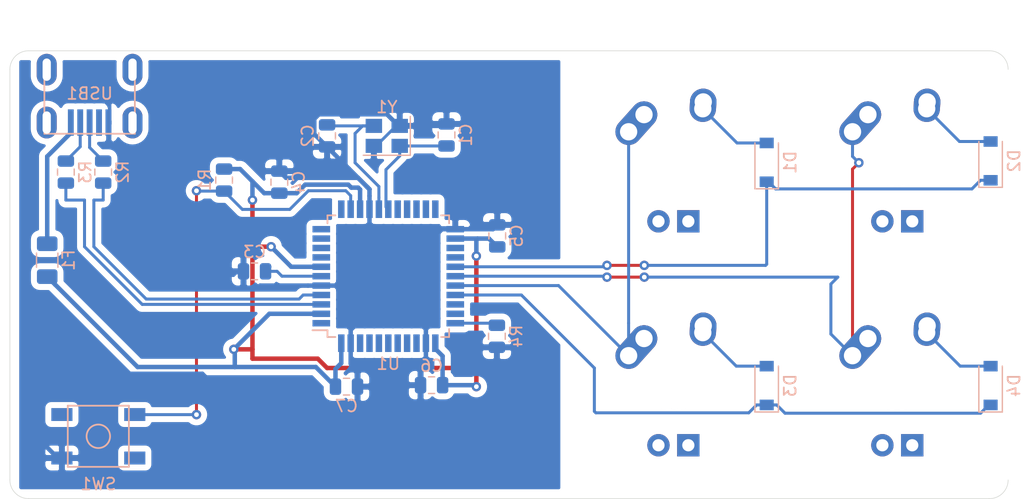
<source format=kicad_pcb>
(kicad_pcb (version 20171130) (host pcbnew "(5.1.4)-1")

  (general
    (thickness 1.6)
    (drawings 7)
    (tracks 221)
    (zones 0)
    (modules 24)
    (nets 45)
  )

  (page A4)
  (layers
    (0 F.Cu signal)
    (31 B.Cu signal)
    (32 B.Adhes user)
    (33 F.Adhes user)
    (34 B.Paste user)
    (35 F.Paste user)
    (36 B.SilkS user)
    (37 F.SilkS user)
    (38 B.Mask user)
    (39 F.Mask user)
    (40 Dwgs.User user)
    (41 Cmts.User user)
    (42 Eco1.User user)
    (43 Eco2.User user)
    (44 Edge.Cuts user)
    (45 Margin user)
    (46 B.CrtYd user)
    (47 F.CrtYd user)
    (48 B.Fab user)
    (49 F.Fab user)
  )

  (setup
    (last_trace_width 0.254)
    (trace_clearance 0.2)
    (zone_clearance 0.508)
    (zone_45_only no)
    (trace_min 0.2)
    (via_size 0.8)
    (via_drill 0.4)
    (via_min_size 0.4)
    (via_min_drill 0.3)
    (uvia_size 0.3)
    (uvia_drill 0.1)
    (uvias_allowed no)
    (uvia_min_size 0.2)
    (uvia_min_drill 0.1)
    (edge_width 0.05)
    (segment_width 0.2)
    (pcb_text_width 0.3)
    (pcb_text_size 1.5 1.5)
    (mod_edge_width 0.12)
    (mod_text_size 1 1)
    (mod_text_width 0.15)
    (pad_size 1.524 1.524)
    (pad_drill 0.762)
    (pad_to_mask_clearance 0.051)
    (solder_mask_min_width 0.25)
    (aux_axis_origin 0 0)
    (visible_elements 7FFFFFFF)
    (pcbplotparams
      (layerselection 0x010fc_ffffffff)
      (usegerberextensions false)
      (usegerberattributes false)
      (usegerberadvancedattributes false)
      (creategerberjobfile false)
      (excludeedgelayer true)
      (linewidth 0.100000)
      (plotframeref false)
      (viasonmask false)
      (mode 1)
      (useauxorigin false)
      (hpglpennumber 1)
      (hpglpenspeed 20)
      (hpglpendiameter 15.000000)
      (psnegative false)
      (psa4output false)
      (plotreference true)
      (plotvalue true)
      (plotinvisibletext false)
      (padsonsilk false)
      (subtractmaskfromsilk false)
      (outputformat 1)
      (mirror false)
      (drillshape 1)
      (scaleselection 1)
      (outputdirectory ""))
  )

  (net 0 "")
  (net 1 GND)
  (net 2 "Net-(C1-Pad1)")
  (net 3 "Net-(C2-Pad1)")
  (net 4 "Net-(C3-Pad1)")
  (net 5 +5V)
  (net 6 "Net-(D1-Pad2)")
  (net 7 Row0)
  (net 8 "Net-(D2-Pad2)")
  (net 9 "Net-(D3-Pad2)")
  (net 10 Row1)
  (net 11 "Net-(D4-Pad2)")
  (net 12 VCC)
  (net 13 Col0)
  (net 14 Col1)
  (net 15 "Net-(R1-Pad2)")
  (net 16 D+)
  (net 17 "Net-(R2-Pad1)")
  (net 18 D-)
  (net 19 "Net-(R3-Pad1)")
  (net 20 "Net-(R4-Pad2)")
  (net 21 "Net-(U1-Pad42)")
  (net 22 "Net-(U1-Pad41)")
  (net 23 "Net-(U1-Pad40)")
  (net 24 "Net-(U1-Pad39)")
  (net 25 "Net-(U1-Pad38)")
  (net 26 "Net-(U1-Pad37)")
  (net 27 "Net-(U1-Pad36)")
  (net 28 "Net-(U1-Pad32)")
  (net 29 "Net-(U1-Pad31)")
  (net 30 "Net-(U1-Pad26)")
  (net 31 "Net-(U1-Pad25)")
  (net 32 "Net-(U1-Pad22)")
  (net 33 "Net-(U1-Pad21)")
  (net 34 "Net-(U1-Pad20)")
  (net 35 "Net-(U1-Pad19)")
  (net 36 "Net-(U1-Pad18)")
  (net 37 "Net-(U1-Pad12)")
  (net 38 "Net-(U1-Pad11)")
  (net 39 "Net-(U1-Pad10)")
  (net 40 "Net-(U1-Pad9)")
  (net 41 "Net-(U1-Pad8)")
  (net 42 "Net-(U1-Pad1)")
  (net 43 "Net-(USB1-Pad6)")
  (net 44 "Net-(USB1-Pad2)")

  (net_class Default "This is the default net class."
    (clearance 0.2)
    (trace_width 0.254)
    (via_dia 0.8)
    (via_drill 0.4)
    (uvia_dia 0.3)
    (uvia_drill 0.1)
    (add_net Col0)
    (add_net Col1)
    (add_net D+)
    (add_net D-)
    (add_net "Net-(C1-Pad1)")
    (add_net "Net-(C2-Pad1)")
    (add_net "Net-(C3-Pad1)")
    (add_net "Net-(D1-Pad2)")
    (add_net "Net-(D2-Pad2)")
    (add_net "Net-(D3-Pad2)")
    (add_net "Net-(D4-Pad2)")
    (add_net "Net-(R1-Pad2)")
    (add_net "Net-(R2-Pad1)")
    (add_net "Net-(R3-Pad1)")
    (add_net "Net-(R4-Pad2)")
    (add_net "Net-(U1-Pad1)")
    (add_net "Net-(U1-Pad10)")
    (add_net "Net-(U1-Pad11)")
    (add_net "Net-(U1-Pad12)")
    (add_net "Net-(U1-Pad18)")
    (add_net "Net-(U1-Pad19)")
    (add_net "Net-(U1-Pad20)")
    (add_net "Net-(U1-Pad21)")
    (add_net "Net-(U1-Pad22)")
    (add_net "Net-(U1-Pad25)")
    (add_net "Net-(U1-Pad26)")
    (add_net "Net-(U1-Pad31)")
    (add_net "Net-(U1-Pad32)")
    (add_net "Net-(U1-Pad36)")
    (add_net "Net-(U1-Pad37)")
    (add_net "Net-(U1-Pad38)")
    (add_net "Net-(U1-Pad39)")
    (add_net "Net-(U1-Pad40)")
    (add_net "Net-(U1-Pad41)")
    (add_net "Net-(U1-Pad42)")
    (add_net "Net-(U1-Pad8)")
    (add_net "Net-(U1-Pad9)")
    (add_net "Net-(USB1-Pad2)")
    (add_net "Net-(USB1-Pad6)")
    (add_net Row0)
    (add_net Row1)
  )

  (net_class Power ""
    (clearance 0.2)
    (trace_width 0.381)
    (via_dia 0.8)
    (via_drill 0.4)
    (uvia_dia 0.3)
    (uvia_drill 0.1)
    (add_net +5V)
    (add_net GND)
    (add_net VCC)
  )

  (module MX_Alps_Hybrid:MX-1U (layer F.Cu) (tedit 5A9F3A9A) (tstamp 624519C8)
    (at 144.55775 94.361)
    (path /624679DC)
    (fp_text reference MX3 (at 0 3.175) (layer Dwgs.User)
      (effects (font (size 1 1) (thickness 0.15)))
    )
    (fp_text value MX-NoLED (at 0 -7.9375) (layer Dwgs.User)
      (effects (font (size 1 1) (thickness 0.15)))
    )
    (fp_line (start -9.525 9.525) (end -9.525 -9.525) (layer Dwgs.User) (width 0.15))
    (fp_line (start 9.525 9.525) (end -9.525 9.525) (layer Dwgs.User) (width 0.15))
    (fp_line (start 9.525 -9.525) (end 9.525 9.525) (layer Dwgs.User) (width 0.15))
    (fp_line (start -9.525 -9.525) (end 9.525 -9.525) (layer Dwgs.User) (width 0.15))
    (fp_line (start -7 -7) (end -7 -5) (layer Dwgs.User) (width 0.15))
    (fp_line (start -5 -7) (end -7 -7) (layer Dwgs.User) (width 0.15))
    (fp_line (start -7 7) (end -5 7) (layer Dwgs.User) (width 0.15))
    (fp_line (start -7 5) (end -7 7) (layer Dwgs.User) (width 0.15))
    (fp_line (start 7 7) (end 7 5) (layer Dwgs.User) (width 0.15))
    (fp_line (start 5 7) (end 7 7) (layer Dwgs.User) (width 0.15))
    (fp_line (start 7 -7) (end 7 -5) (layer Dwgs.User) (width 0.15))
    (fp_line (start 5 -7) (end 7 -7) (layer Dwgs.User) (width 0.15))
    (pad "" np_thru_hole circle (at 5.08 0 48.0996) (size 1.75 1.75) (drill 1.75) (layers *.Cu *.Mask))
    (pad "" np_thru_hole circle (at -5.08 0 48.0996) (size 1.75 1.75) (drill 1.75) (layers *.Cu *.Mask))
    (pad 4 thru_hole rect (at 1.27 5.08) (size 1.905 1.905) (drill 1.04) (layers *.Cu B.Mask))
    (pad 3 thru_hole circle (at -1.27 5.08) (size 1.905 1.905) (drill 1.04) (layers *.Cu B.Mask))
    (pad 1 thru_hole circle (at -2.5 -4) (size 2.25 2.25) (drill 1.47) (layers *.Cu B.Mask)
      (net 13 Col0))
    (pad "" np_thru_hole circle (at 0 0) (size 3.9878 3.9878) (drill 3.9878) (layers *.Cu *.Mask))
    (pad 1 thru_hole oval (at -3.81 -2.54 48.0996) (size 4.211556 2.25) (drill 1.47 (offset 0.980778 0)) (layers *.Cu B.Mask)
      (net 13 Col0))
    (pad 2 thru_hole circle (at 2.54 -5.08) (size 2.25 2.25) (drill 1.47) (layers *.Cu B.Mask)
      (net 9 "Net-(D3-Pad2)"))
    (pad 2 thru_hole oval (at 2.5 -4.5 86.0548) (size 2.831378 2.25) (drill 1.47 (offset 0.290689 0)) (layers *.Cu B.Mask)
      (net 9 "Net-(D3-Pad2)"))
  )

  (module Crystal:Crystal_SMD_3225-4Pin_3.2x2.5mm (layer B.Cu) (tedit 5A0FD1B2) (tstamp 62451ABA)
    (at 120.17375 73.12025 180)
    (descr "SMD Crystal SERIES SMD3225/4 http://www.txccrystal.com/images/pdf/7m-accuracy.pdf, 3.2x2.5mm^2 package")
    (tags "SMD SMT crystal")
    (path /6245BA3B)
    (attr smd)
    (fp_text reference Y1 (at 0 2.45) (layer B.SilkS)
      (effects (font (size 1 1) (thickness 0.15)) (justify mirror))
    )
    (fp_text value Crystal_GND24_Small (at 0 -2.45) (layer B.Fab)
      (effects (font (size 1 1) (thickness 0.15)) (justify mirror))
    )
    (fp_text user %R (at 0 0) (layer B.Fab)
      (effects (font (size 0.7 0.7) (thickness 0.105)) (justify mirror))
    )
    (fp_line (start -1.6 1.25) (end -1.6 -1.25) (layer B.Fab) (width 0.1))
    (fp_line (start -1.6 -1.25) (end 1.6 -1.25) (layer B.Fab) (width 0.1))
    (fp_line (start 1.6 -1.25) (end 1.6 1.25) (layer B.Fab) (width 0.1))
    (fp_line (start 1.6 1.25) (end -1.6 1.25) (layer B.Fab) (width 0.1))
    (fp_line (start -1.6 -0.25) (end -0.6 -1.25) (layer B.Fab) (width 0.1))
    (fp_line (start -2 1.65) (end -2 -1.65) (layer B.SilkS) (width 0.12))
    (fp_line (start -2 -1.65) (end 2 -1.65) (layer B.SilkS) (width 0.12))
    (fp_line (start -2.1 1.7) (end -2.1 -1.7) (layer B.CrtYd) (width 0.05))
    (fp_line (start -2.1 -1.7) (end 2.1 -1.7) (layer B.CrtYd) (width 0.05))
    (fp_line (start 2.1 -1.7) (end 2.1 1.7) (layer B.CrtYd) (width 0.05))
    (fp_line (start 2.1 1.7) (end -2.1 1.7) (layer B.CrtYd) (width 0.05))
    (pad 1 smd rect (at -1.1 -0.85 180) (size 1.4 1.2) (layers B.Cu B.Paste B.Mask)
      (net 2 "Net-(C1-Pad1)"))
    (pad 2 smd rect (at 1.1 -0.85 180) (size 1.4 1.2) (layers B.Cu B.Paste B.Mask)
      (net 1 GND))
    (pad 3 smd rect (at 1.1 0.85 180) (size 1.4 1.2) (layers B.Cu B.Paste B.Mask)
      (net 3 "Net-(C2-Pad1)"))
    (pad 4 smd rect (at -1.1 0.85 180) (size 1.4 1.2) (layers B.Cu B.Paste B.Mask)
      (net 1 GND))
    (model ${KISYS3DMOD}/Crystal.3dshapes/Crystal_SMD_3225-4Pin_3.2x2.5mm.wrl
      (at (xyz 0 0 0))
      (scale (xyz 1 1 1))
      (rotate (xyz 0 0 0))
    )
  )

  (module random-keyboard-parts:Molex-0548190589 (layer B.Cu) (tedit 5C494815) (tstamp 62451AA6)
    (at 94.88975 67.488 270)
    (path /62458F4A)
    (attr smd)
    (fp_text reference USB1 (at 2.032 0) (layer B.SilkS)
      (effects (font (size 1 1) (thickness 0.15)) (justify mirror))
    )
    (fp_text value Molex-0548190589 (at -5.08 0) (layer Dwgs.User)
      (effects (font (size 1 1) (thickness 0.15)))
    )
    (fp_text user %R (at 2 0) (layer B.CrtYd)
      (effects (font (size 1 1) (thickness 0.15)) (justify mirror))
    )
    (fp_line (start 3.25 1.25) (end 5.5 1.25) (layer B.CrtYd) (width 0.15))
    (fp_line (start 5.5 0.5) (end 3.25 0.5) (layer B.CrtYd) (width 0.15))
    (fp_line (start 3.25 -0.5) (end 5.5 -0.5) (layer B.CrtYd) (width 0.15))
    (fp_line (start 5.5 -1.25) (end 3.25 -1.25) (layer B.CrtYd) (width 0.15))
    (fp_line (start 3.25 -2) (end 5.5 -2) (layer B.CrtYd) (width 0.15))
    (fp_line (start 3.25 2) (end 3.25 -2) (layer B.CrtYd) (width 0.15))
    (fp_line (start 5.5 2) (end 3.25 2) (layer B.CrtYd) (width 0.15))
    (fp_line (start -3.75 -3.75) (end -3.75 3.75) (layer B.CrtYd) (width 0.15))
    (fp_line (start 5.5 -3.75) (end -3.75 -3.75) (layer B.CrtYd) (width 0.15))
    (fp_line (start 5.5 3.75) (end 5.5 -3.75) (layer B.CrtYd) (width 0.15))
    (fp_line (start -3.75 3.75) (end 5.5 3.75) (layer B.CrtYd) (width 0.15))
    (fp_line (start 0 3.85) (end 5.45 3.85) (layer B.SilkS) (width 0.15))
    (fp_line (start 0 -3.85) (end 5.45 -3.85) (layer B.SilkS) (width 0.15))
    (fp_line (start 5.45 3.85) (end 5.45 -3.85) (layer B.SilkS) (width 0.15))
    (fp_line (start -3.75 3.85) (end 0 3.85) (layer Dwgs.User) (width 0.15))
    (fp_line (start -3.75 -3.85) (end 0 -3.85) (layer Dwgs.User) (width 0.15))
    (fp_line (start -1.75 4.572) (end -1.75 -4.572) (layer Dwgs.User) (width 0.15))
    (fp_line (start -3.75 3.85) (end -3.75 -3.85) (layer Dwgs.User) (width 0.15))
    (pad 6 thru_hole oval (at 0 3.65 270) (size 2.7 1.7) (drill oval 1.9 0.7) (layers *.Cu *.Mask)
      (net 43 "Net-(USB1-Pad6)"))
    (pad 6 thru_hole oval (at 0 -3.65 270) (size 2.7 1.7) (drill oval 1.9 0.7) (layers *.Cu *.Mask)
      (net 43 "Net-(USB1-Pad6)"))
    (pad 6 thru_hole oval (at 4.5 -3.65 270) (size 2.7 1.7) (drill oval 1.9 0.7) (layers *.Cu *.Mask)
      (net 43 "Net-(USB1-Pad6)"))
    (pad 6 thru_hole oval (at 4.5 3.65 270) (size 2.7 1.7) (drill oval 1.9 0.7) (layers *.Cu *.Mask)
      (net 43 "Net-(USB1-Pad6)"))
    (pad 5 smd rect (at 4.5 1.6 270) (size 2.25 0.5) (layers B.Cu B.Paste B.Mask)
      (net 12 VCC))
    (pad 4 smd rect (at 4.5 0.8 270) (size 2.25 0.5) (layers B.Cu B.Paste B.Mask)
      (net 18 D-))
    (pad 3 smd rect (at 4.5 0 270) (size 2.25 0.5) (layers B.Cu B.Paste B.Mask)
      (net 16 D+))
    (pad 2 smd rect (at 4.5 -0.8 270) (size 2.25 0.5) (layers B.Cu B.Paste B.Mask)
      (net 44 "Net-(USB1-Pad2)"))
    (pad 1 smd rect (at 4.5 -1.6 270) (size 2.25 0.5) (layers B.Cu B.Paste B.Mask)
      (net 1 GND))
  )

  (module Package_QFP:TQFP-44_10x10mm_P0.8mm (layer B.Cu) (tedit 5A02F146) (tstamp 62451A86)
    (at 120.30075 85.05825)
    (descr "44-Lead Plastic Thin Quad Flatpack (PT) - 10x10x1.0 mm Body [TQFP] (see Microchip Packaging Specification 00000049BS.pdf)")
    (tags "QFP 0.8")
    (path /6243D50C)
    (attr smd)
    (fp_text reference U1 (at 0 7.45) (layer B.SilkS)
      (effects (font (size 1 1) (thickness 0.15)) (justify mirror))
    )
    (fp_text value ATmega32U4-AU (at 0 -7.45) (layer B.Fab)
      (effects (font (size 1 1) (thickness 0.15)) (justify mirror))
    )
    (fp_line (start -5.175 4.6) (end -6.45 4.6) (layer B.SilkS) (width 0.15))
    (fp_line (start 5.175 5.175) (end 4.5 5.175) (layer B.SilkS) (width 0.15))
    (fp_line (start 5.175 -5.175) (end 4.5 -5.175) (layer B.SilkS) (width 0.15))
    (fp_line (start -5.175 -5.175) (end -4.5 -5.175) (layer B.SilkS) (width 0.15))
    (fp_line (start -5.175 5.175) (end -4.5 5.175) (layer B.SilkS) (width 0.15))
    (fp_line (start -5.175 -5.175) (end -5.175 -4.5) (layer B.SilkS) (width 0.15))
    (fp_line (start 5.175 -5.175) (end 5.175 -4.5) (layer B.SilkS) (width 0.15))
    (fp_line (start 5.175 5.175) (end 5.175 4.5) (layer B.SilkS) (width 0.15))
    (fp_line (start -5.175 5.175) (end -5.175 4.6) (layer B.SilkS) (width 0.15))
    (fp_line (start -6.7 -6.7) (end 6.7 -6.7) (layer B.CrtYd) (width 0.05))
    (fp_line (start -6.7 6.7) (end 6.7 6.7) (layer B.CrtYd) (width 0.05))
    (fp_line (start 6.7 6.7) (end 6.7 -6.7) (layer B.CrtYd) (width 0.05))
    (fp_line (start -6.7 6.7) (end -6.7 -6.7) (layer B.CrtYd) (width 0.05))
    (fp_line (start -5 4) (end -4 5) (layer B.Fab) (width 0.15))
    (fp_line (start -5 -5) (end -5 4) (layer B.Fab) (width 0.15))
    (fp_line (start 5 -5) (end -5 -5) (layer B.Fab) (width 0.15))
    (fp_line (start 5 5) (end 5 -5) (layer B.Fab) (width 0.15))
    (fp_line (start -4 5) (end 5 5) (layer B.Fab) (width 0.15))
    (fp_text user %R (at 0 0) (layer B.Fab)
      (effects (font (size 1 1) (thickness 0.15)) (justify mirror))
    )
    (pad 44 smd rect (at -4 5.7 270) (size 1.5 0.55) (layers B.Cu B.Paste B.Mask)
      (net 5 +5V))
    (pad 43 smd rect (at -3.2 5.7 270) (size 1.5 0.55) (layers B.Cu B.Paste B.Mask)
      (net 1 GND))
    (pad 42 smd rect (at -2.4 5.7 270) (size 1.5 0.55) (layers B.Cu B.Paste B.Mask)
      (net 21 "Net-(U1-Pad42)"))
    (pad 41 smd rect (at -1.6 5.7 270) (size 1.5 0.55) (layers B.Cu B.Paste B.Mask)
      (net 22 "Net-(U1-Pad41)"))
    (pad 40 smd rect (at -0.8 5.7 270) (size 1.5 0.55) (layers B.Cu B.Paste B.Mask)
      (net 23 "Net-(U1-Pad40)"))
    (pad 39 smd rect (at 0 5.7 270) (size 1.5 0.55) (layers B.Cu B.Paste B.Mask)
      (net 24 "Net-(U1-Pad39)"))
    (pad 38 smd rect (at 0.8 5.7 270) (size 1.5 0.55) (layers B.Cu B.Paste B.Mask)
      (net 25 "Net-(U1-Pad38)"))
    (pad 37 smd rect (at 1.6 5.7 270) (size 1.5 0.55) (layers B.Cu B.Paste B.Mask)
      (net 26 "Net-(U1-Pad37)"))
    (pad 36 smd rect (at 2.4 5.7 270) (size 1.5 0.55) (layers B.Cu B.Paste B.Mask)
      (net 27 "Net-(U1-Pad36)"))
    (pad 35 smd rect (at 3.2 5.7 270) (size 1.5 0.55) (layers B.Cu B.Paste B.Mask)
      (net 1 GND))
    (pad 34 smd rect (at 4 5.7 270) (size 1.5 0.55) (layers B.Cu B.Paste B.Mask)
      (net 5 +5V))
    (pad 33 smd rect (at 5.7 4) (size 1.5 0.55) (layers B.Cu B.Paste B.Mask)
      (net 20 "Net-(R4-Pad2)"))
    (pad 32 smd rect (at 5.7 3.2) (size 1.5 0.55) (layers B.Cu B.Paste B.Mask)
      (net 28 "Net-(U1-Pad32)"))
    (pad 31 smd rect (at 5.7 2.4) (size 1.5 0.55) (layers B.Cu B.Paste B.Mask)
      (net 29 "Net-(U1-Pad31)"))
    (pad 30 smd rect (at 5.7 1.6) (size 1.5 0.55) (layers B.Cu B.Paste B.Mask)
      (net 10 Row1))
    (pad 29 smd rect (at 5.7 0.8) (size 1.5 0.55) (layers B.Cu B.Paste B.Mask)
      (net 13 Col0))
    (pad 28 smd rect (at 5.7 0) (size 1.5 0.55) (layers B.Cu B.Paste B.Mask)
      (net 14 Col1))
    (pad 27 smd rect (at 5.7 -0.8) (size 1.5 0.55) (layers B.Cu B.Paste B.Mask)
      (net 7 Row0))
    (pad 26 smd rect (at 5.7 -1.6) (size 1.5 0.55) (layers B.Cu B.Paste B.Mask)
      (net 30 "Net-(U1-Pad26)"))
    (pad 25 smd rect (at 5.7 -2.4) (size 1.5 0.55) (layers B.Cu B.Paste B.Mask)
      (net 31 "Net-(U1-Pad25)"))
    (pad 24 smd rect (at 5.7 -3.2) (size 1.5 0.55) (layers B.Cu B.Paste B.Mask)
      (net 5 +5V))
    (pad 23 smd rect (at 5.7 -4) (size 1.5 0.55) (layers B.Cu B.Paste B.Mask)
      (net 1 GND))
    (pad 22 smd rect (at 4 -5.7 270) (size 1.5 0.55) (layers B.Cu B.Paste B.Mask)
      (net 32 "Net-(U1-Pad22)"))
    (pad 21 smd rect (at 3.2 -5.7 270) (size 1.5 0.55) (layers B.Cu B.Paste B.Mask)
      (net 33 "Net-(U1-Pad21)"))
    (pad 20 smd rect (at 2.4 -5.7 270) (size 1.5 0.55) (layers B.Cu B.Paste B.Mask)
      (net 34 "Net-(U1-Pad20)"))
    (pad 19 smd rect (at 1.6 -5.7 270) (size 1.5 0.55) (layers B.Cu B.Paste B.Mask)
      (net 35 "Net-(U1-Pad19)"))
    (pad 18 smd rect (at 0.8 -5.7 270) (size 1.5 0.55) (layers B.Cu B.Paste B.Mask)
      (net 36 "Net-(U1-Pad18)"))
    (pad 17 smd rect (at 0 -5.7 270) (size 1.5 0.55) (layers B.Cu B.Paste B.Mask)
      (net 2 "Net-(C1-Pad1)"))
    (pad 16 smd rect (at -0.8 -5.7 270) (size 1.5 0.55) (layers B.Cu B.Paste B.Mask)
      (net 3 "Net-(C2-Pad1)"))
    (pad 15 smd rect (at -1.6 -5.7 270) (size 1.5 0.55) (layers B.Cu B.Paste B.Mask)
      (net 1 GND))
    (pad 14 smd rect (at -2.4 -5.7 270) (size 1.5 0.55) (layers B.Cu B.Paste B.Mask)
      (net 5 +5V))
    (pad 13 smd rect (at -3.2 -5.7 270) (size 1.5 0.55) (layers B.Cu B.Paste B.Mask)
      (net 15 "Net-(R1-Pad2)"))
    (pad 12 smd rect (at -4 -5.7 270) (size 1.5 0.55) (layers B.Cu B.Paste B.Mask)
      (net 37 "Net-(U1-Pad12)"))
    (pad 11 smd rect (at -5.7 -4) (size 1.5 0.55) (layers B.Cu B.Paste B.Mask)
      (net 38 "Net-(U1-Pad11)"))
    (pad 10 smd rect (at -5.7 -3.2) (size 1.5 0.55) (layers B.Cu B.Paste B.Mask)
      (net 39 "Net-(U1-Pad10)"))
    (pad 9 smd rect (at -5.7 -2.4) (size 1.5 0.55) (layers B.Cu B.Paste B.Mask)
      (net 40 "Net-(U1-Pad9)"))
    (pad 8 smd rect (at -5.7 -1.6) (size 1.5 0.55) (layers B.Cu B.Paste B.Mask)
      (net 41 "Net-(U1-Pad8)"))
    (pad 7 smd rect (at -5.7 -0.8) (size 1.5 0.55) (layers B.Cu B.Paste B.Mask)
      (net 5 +5V))
    (pad 6 smd rect (at -5.7 0) (size 1.5 0.55) (layers B.Cu B.Paste B.Mask)
      (net 4 "Net-(C3-Pad1)"))
    (pad 5 smd rect (at -5.7 0.8) (size 1.5 0.55) (layers B.Cu B.Paste B.Mask)
      (net 1 GND))
    (pad 4 smd rect (at -5.7 1.6) (size 1.5 0.55) (layers B.Cu B.Paste B.Mask)
      (net 17 "Net-(R2-Pad1)"))
    (pad 3 smd rect (at -5.7 2.4) (size 1.5 0.55) (layers B.Cu B.Paste B.Mask)
      (net 19 "Net-(R3-Pad1)"))
    (pad 2 smd rect (at -5.7 3.2) (size 1.5 0.55) (layers B.Cu B.Paste B.Mask)
      (net 5 +5V))
    (pad 1 smd rect (at -5.7 4) (size 1.5 0.55) (layers B.Cu B.Paste B.Mask)
      (net 42 "Net-(U1-Pad1)"))
    (model ${KISYS3DMOD}/Package_QFP.3dshapes/TQFP-44_10x10mm_P0.8mm.wrl
      (at (xyz 0 0 0))
      (scale (xyz 1 1 1))
      (rotate (xyz 0 0 0))
    )
  )

  (module random-keyboard-parts:SKQG-1155865 (layer B.Cu) (tedit 5E62B398) (tstamp 62451A43)
    (at 95.631 98.679 180)
    (path /62465149)
    (attr smd)
    (fp_text reference SW1 (at 0 -4.064) (layer B.SilkS)
      (effects (font (size 1 1) (thickness 0.15)) (justify mirror))
    )
    (fp_text value SW_Push (at 0 4.064) (layer B.Fab)
      (effects (font (size 1 1) (thickness 0.15)) (justify mirror))
    )
    (fp_line (start -2.6 2.6) (end 2.6 2.6) (layer B.SilkS) (width 0.15))
    (fp_line (start 2.6 2.6) (end 2.6 -2.6) (layer B.SilkS) (width 0.15))
    (fp_line (start 2.6 -2.6) (end -2.6 -2.6) (layer B.SilkS) (width 0.15))
    (fp_line (start -2.6 -2.6) (end -2.6 2.6) (layer B.SilkS) (width 0.15))
    (fp_circle (center 0 0) (end 1 0) (layer B.SilkS) (width 0.15))
    (fp_line (start -4.2 2.6) (end 4.2 2.6) (layer B.Fab) (width 0.15))
    (fp_line (start 4.2 2.6) (end 4.2 1.2) (layer B.Fab) (width 0.15))
    (fp_line (start 4.2 1.1) (end 2.6 1.1) (layer B.Fab) (width 0.15))
    (fp_line (start 2.6 1.1) (end 2.6 -1.1) (layer B.Fab) (width 0.15))
    (fp_line (start 2.6 -1.1) (end 4.2 -1.1) (layer B.Fab) (width 0.15))
    (fp_line (start 4.2 -1.1) (end 4.2 -2.6) (layer B.Fab) (width 0.15))
    (fp_line (start 4.2 -2.6) (end -4.2 -2.6) (layer B.Fab) (width 0.15))
    (fp_line (start -4.2 -2.6) (end -4.2 -1.1) (layer B.Fab) (width 0.15))
    (fp_line (start -4.2 -1.1) (end -2.6 -1.1) (layer B.Fab) (width 0.15))
    (fp_line (start -2.6 -1.1) (end -2.6 1.1) (layer B.Fab) (width 0.15))
    (fp_line (start -2.6 1.1) (end -4.2 1.1) (layer B.Fab) (width 0.15))
    (fp_line (start -4.2 1.1) (end -4.2 2.6) (layer B.Fab) (width 0.15))
    (fp_circle (center 0 0) (end 1 0) (layer B.Fab) (width 0.15))
    (fp_line (start -2.6 1.1) (end -1.1 2.6) (layer B.Fab) (width 0.15))
    (fp_line (start 2.6 1.1) (end 1.1 2.6) (layer B.Fab) (width 0.15))
    (fp_line (start 2.6 -1.1) (end 1.1 -2.6) (layer B.Fab) (width 0.15))
    (fp_line (start -2.6 -1.1) (end -1.1 -2.6) (layer B.Fab) (width 0.15))
    (pad 4 smd rect (at -3.1 -1.85 180) (size 1.8 1.1) (layers B.Cu B.Paste B.Mask))
    (pad 3 smd rect (at 3.1 1.85 180) (size 1.8 1.1) (layers B.Cu B.Paste B.Mask))
    (pad 2 smd rect (at -3.1 1.85 180) (size 1.8 1.1) (layers B.Cu B.Paste B.Mask)
      (net 15 "Net-(R1-Pad2)"))
    (pad 1 smd rect (at 3.1 -1.85 180) (size 1.8 1.1) (layers B.Cu B.Paste B.Mask)
      (net 1 GND))
    (model ${KISYS3DMOD}/Button_Switch_SMD.3dshapes/SW_SPST_TL3342.step
      (at (xyz 0 0 0))
      (scale (xyz 1 1 1))
      (rotate (xyz 0 0 0))
    )
  )

  (module Resistor_SMD:R_0805_2012Metric (layer B.Cu) (tedit 5B36C52B) (tstamp 62451A25)
    (at 129.54 90.17 90)
    (descr "Resistor SMD 0805 (2012 Metric), square (rectangular) end terminal, IPC_7351 nominal, (Body size source: https://docs.google.com/spreadsheets/d/1BsfQQcO9C6DZCsRaXUlFlo91Tg2WpOkGARC1WS5S8t0/edit?usp=sharing), generated with kicad-footprint-generator")
    (tags resistor)
    (path /62448D4C)
    (attr smd)
    (fp_text reference R4 (at 0 1.65 90) (layer B.SilkS)
      (effects (font (size 1 1) (thickness 0.15)) (justify mirror))
    )
    (fp_text value 10k (at 0 -1.65 90) (layer B.Fab)
      (effects (font (size 1 1) (thickness 0.15)) (justify mirror))
    )
    (fp_text user %R (at 0 0 90) (layer B.Fab)
      (effects (font (size 0.5 0.5) (thickness 0.08)) (justify mirror))
    )
    (fp_line (start 1.68 -0.95) (end -1.68 -0.95) (layer B.CrtYd) (width 0.05))
    (fp_line (start 1.68 0.95) (end 1.68 -0.95) (layer B.CrtYd) (width 0.05))
    (fp_line (start -1.68 0.95) (end 1.68 0.95) (layer B.CrtYd) (width 0.05))
    (fp_line (start -1.68 -0.95) (end -1.68 0.95) (layer B.CrtYd) (width 0.05))
    (fp_line (start -0.258578 -0.71) (end 0.258578 -0.71) (layer B.SilkS) (width 0.12))
    (fp_line (start -0.258578 0.71) (end 0.258578 0.71) (layer B.SilkS) (width 0.12))
    (fp_line (start 1 -0.6) (end -1 -0.6) (layer B.Fab) (width 0.1))
    (fp_line (start 1 0.6) (end 1 -0.6) (layer B.Fab) (width 0.1))
    (fp_line (start -1 0.6) (end 1 0.6) (layer B.Fab) (width 0.1))
    (fp_line (start -1 -0.6) (end -1 0.6) (layer B.Fab) (width 0.1))
    (pad 2 smd roundrect (at 0.9375 0 90) (size 0.975 1.4) (layers B.Cu B.Paste B.Mask) (roundrect_rratio 0.25)
      (net 20 "Net-(R4-Pad2)"))
    (pad 1 smd roundrect (at -0.9375 0 90) (size 0.975 1.4) (layers B.Cu B.Paste B.Mask) (roundrect_rratio 0.25)
      (net 1 GND))
    (model ${KISYS3DMOD}/Resistor_SMD.3dshapes/R_0805_2012Metric.wrl
      (at (xyz 0 0 0))
      (scale (xyz 1 1 1))
      (rotate (xyz 0 0 0))
    )
  )

  (module Resistor_SMD:R_0805_2012Metric (layer B.Cu) (tedit 5B36C52B) (tstamp 6248EFBD)
    (at 92.86875 76.2 90)
    (descr "Resistor SMD 0805 (2012 Metric), square (rectangular) end terminal, IPC_7351 nominal, (Body size source: https://docs.google.com/spreadsheets/d/1BsfQQcO9C6DZCsRaXUlFlo91Tg2WpOkGARC1WS5S8t0/edit?usp=sharing), generated with kicad-footprint-generator")
    (tags resistor)
    (path /6244EA69)
    (attr smd)
    (fp_text reference R3 (at 0 1.65 90) (layer B.SilkS)
      (effects (font (size 1 1) (thickness 0.15)) (justify mirror))
    )
    (fp_text value 22 (at 0 -1.65 90) (layer B.Fab)
      (effects (font (size 1 1) (thickness 0.15)) (justify mirror))
    )
    (fp_text user %R (at 0 0 90) (layer B.Fab)
      (effects (font (size 0.5 0.5) (thickness 0.08)) (justify mirror))
    )
    (fp_line (start 1.68 -0.95) (end -1.68 -0.95) (layer B.CrtYd) (width 0.05))
    (fp_line (start 1.68 0.95) (end 1.68 -0.95) (layer B.CrtYd) (width 0.05))
    (fp_line (start -1.68 0.95) (end 1.68 0.95) (layer B.CrtYd) (width 0.05))
    (fp_line (start -1.68 -0.95) (end -1.68 0.95) (layer B.CrtYd) (width 0.05))
    (fp_line (start -0.258578 -0.71) (end 0.258578 -0.71) (layer B.SilkS) (width 0.12))
    (fp_line (start -0.258578 0.71) (end 0.258578 0.71) (layer B.SilkS) (width 0.12))
    (fp_line (start 1 -0.6) (end -1 -0.6) (layer B.Fab) (width 0.1))
    (fp_line (start 1 0.6) (end 1 -0.6) (layer B.Fab) (width 0.1))
    (fp_line (start -1 0.6) (end 1 0.6) (layer B.Fab) (width 0.1))
    (fp_line (start -1 -0.6) (end -1 0.6) (layer B.Fab) (width 0.1))
    (pad 2 smd roundrect (at 0.9375 0 90) (size 0.975 1.4) (layers B.Cu B.Paste B.Mask) (roundrect_rratio 0.25)
      (net 18 D-))
    (pad 1 smd roundrect (at -0.9375 0 90) (size 0.975 1.4) (layers B.Cu B.Paste B.Mask) (roundrect_rratio 0.25)
      (net 19 "Net-(R3-Pad1)"))
    (model ${KISYS3DMOD}/Resistor_SMD.3dshapes/R_0805_2012Metric.wrl
      (at (xyz 0 0 0))
      (scale (xyz 1 1 1))
      (rotate (xyz 0 0 0))
    )
  )

  (module Resistor_SMD:R_0805_2012Metric (layer B.Cu) (tedit 5B36C52B) (tstamp 62451A03)
    (at 96.04375 76.2 90)
    (descr "Resistor SMD 0805 (2012 Metric), square (rectangular) end terminal, IPC_7351 nominal, (Body size source: https://docs.google.com/spreadsheets/d/1BsfQQcO9C6DZCsRaXUlFlo91Tg2WpOkGARC1WS5S8t0/edit?usp=sharing), generated with kicad-footprint-generator")
    (tags resistor)
    (path /6244DDFE)
    (attr smd)
    (fp_text reference R2 (at 0 1.65 270) (layer B.SilkS)
      (effects (font (size 1 1) (thickness 0.15)) (justify mirror))
    )
    (fp_text value 22 (at 0 -1.65 270) (layer B.Fab)
      (effects (font (size 1 1) (thickness 0.15)) (justify mirror))
    )
    (fp_text user %R (at 0 0 270) (layer B.Fab)
      (effects (font (size 0.5 0.5) (thickness 0.08)) (justify mirror))
    )
    (fp_line (start 1.68 -0.95) (end -1.68 -0.95) (layer B.CrtYd) (width 0.05))
    (fp_line (start 1.68 0.95) (end 1.68 -0.95) (layer B.CrtYd) (width 0.05))
    (fp_line (start -1.68 0.95) (end 1.68 0.95) (layer B.CrtYd) (width 0.05))
    (fp_line (start -1.68 -0.95) (end -1.68 0.95) (layer B.CrtYd) (width 0.05))
    (fp_line (start -0.258578 -0.71) (end 0.258578 -0.71) (layer B.SilkS) (width 0.12))
    (fp_line (start -0.258578 0.71) (end 0.258578 0.71) (layer B.SilkS) (width 0.12))
    (fp_line (start 1 -0.6) (end -1 -0.6) (layer B.Fab) (width 0.1))
    (fp_line (start 1 0.6) (end 1 -0.6) (layer B.Fab) (width 0.1))
    (fp_line (start -1 0.6) (end 1 0.6) (layer B.Fab) (width 0.1))
    (fp_line (start -1 -0.6) (end -1 0.6) (layer B.Fab) (width 0.1))
    (pad 2 smd roundrect (at 0.9375 0 90) (size 0.975 1.4) (layers B.Cu B.Paste B.Mask) (roundrect_rratio 0.25)
      (net 16 D+))
    (pad 1 smd roundrect (at -0.9375 0 90) (size 0.975 1.4) (layers B.Cu B.Paste B.Mask) (roundrect_rratio 0.25)
      (net 17 "Net-(R2-Pad1)"))
    (model ${KISYS3DMOD}/Resistor_SMD.3dshapes/R_0805_2012Metric.wrl
      (at (xyz 0 0 0))
      (scale (xyz 1 1 1))
      (rotate (xyz 0 0 0))
    )
  )

  (module Resistor_SMD:R_0805_2012Metric (layer B.Cu) (tedit 5B36C52B) (tstamp 624519F2)
    (at 106.33075 76.88175 270)
    (descr "Resistor SMD 0805 (2012 Metric), square (rectangular) end terminal, IPC_7351 nominal, (Body size source: https://docs.google.com/spreadsheets/d/1BsfQQcO9C6DZCsRaXUlFlo91Tg2WpOkGARC1WS5S8t0/edit?usp=sharing), generated with kicad-footprint-generator")
    (tags resistor)
    (path /62468796)
    (attr smd)
    (fp_text reference R1 (at 0 1.65 90) (layer B.SilkS)
      (effects (font (size 1 1) (thickness 0.15)) (justify mirror))
    )
    (fp_text value 10k (at 0 -1.65 90) (layer B.Fab)
      (effects (font (size 1 1) (thickness 0.15)) (justify mirror))
    )
    (fp_text user %R (at 0 0 90) (layer B.Fab)
      (effects (font (size 0.5 0.5) (thickness 0.08)) (justify mirror))
    )
    (fp_line (start 1.68 -0.95) (end -1.68 -0.95) (layer B.CrtYd) (width 0.05))
    (fp_line (start 1.68 0.95) (end 1.68 -0.95) (layer B.CrtYd) (width 0.05))
    (fp_line (start -1.68 0.95) (end 1.68 0.95) (layer B.CrtYd) (width 0.05))
    (fp_line (start -1.68 -0.95) (end -1.68 0.95) (layer B.CrtYd) (width 0.05))
    (fp_line (start -0.258578 -0.71) (end 0.258578 -0.71) (layer B.SilkS) (width 0.12))
    (fp_line (start -0.258578 0.71) (end 0.258578 0.71) (layer B.SilkS) (width 0.12))
    (fp_line (start 1 -0.6) (end -1 -0.6) (layer B.Fab) (width 0.1))
    (fp_line (start 1 0.6) (end 1 -0.6) (layer B.Fab) (width 0.1))
    (fp_line (start -1 0.6) (end 1 0.6) (layer B.Fab) (width 0.1))
    (fp_line (start -1 -0.6) (end -1 0.6) (layer B.Fab) (width 0.1))
    (pad 2 smd roundrect (at 0.9375 0 270) (size 0.975 1.4) (layers B.Cu B.Paste B.Mask) (roundrect_rratio 0.25)
      (net 15 "Net-(R1-Pad2)"))
    (pad 1 smd roundrect (at -0.9375 0 270) (size 0.975 1.4) (layers B.Cu B.Paste B.Mask) (roundrect_rratio 0.25)
      (net 5 +5V))
    (model ${KISYS3DMOD}/Resistor_SMD.3dshapes/R_0805_2012Metric.wrl
      (at (xyz 0 0 0))
      (scale (xyz 1 1 1))
      (rotate (xyz 0 0 0))
    )
  )

  (module MX_Alps_Hybrid:MX-1U (layer F.Cu) (tedit 5A9F3A9A) (tstamp 624519E1)
    (at 163.60775 94.361)
    (path /624679F0)
    (fp_text reference MX4 (at 0 3.175) (layer Dwgs.User)
      (effects (font (size 1 1) (thickness 0.15)))
    )
    (fp_text value MX-NoLED (at 0 -7.9375) (layer Dwgs.User)
      (effects (font (size 1 1) (thickness 0.15)))
    )
    (fp_line (start -9.525 9.525) (end -9.525 -9.525) (layer Dwgs.User) (width 0.15))
    (fp_line (start 9.525 9.525) (end -9.525 9.525) (layer Dwgs.User) (width 0.15))
    (fp_line (start 9.525 -9.525) (end 9.525 9.525) (layer Dwgs.User) (width 0.15))
    (fp_line (start -9.525 -9.525) (end 9.525 -9.525) (layer Dwgs.User) (width 0.15))
    (fp_line (start -7 -7) (end -7 -5) (layer Dwgs.User) (width 0.15))
    (fp_line (start -5 -7) (end -7 -7) (layer Dwgs.User) (width 0.15))
    (fp_line (start -7 7) (end -5 7) (layer Dwgs.User) (width 0.15))
    (fp_line (start -7 5) (end -7 7) (layer Dwgs.User) (width 0.15))
    (fp_line (start 7 7) (end 7 5) (layer Dwgs.User) (width 0.15))
    (fp_line (start 5 7) (end 7 7) (layer Dwgs.User) (width 0.15))
    (fp_line (start 7 -7) (end 7 -5) (layer Dwgs.User) (width 0.15))
    (fp_line (start 5 -7) (end 7 -7) (layer Dwgs.User) (width 0.15))
    (pad "" np_thru_hole circle (at 5.08 0 48.0996) (size 1.75 1.75) (drill 1.75) (layers *.Cu *.Mask))
    (pad "" np_thru_hole circle (at -5.08 0 48.0996) (size 1.75 1.75) (drill 1.75) (layers *.Cu *.Mask))
    (pad 4 thru_hole rect (at 1.27 5.08) (size 1.905 1.905) (drill 1.04) (layers *.Cu B.Mask))
    (pad 3 thru_hole circle (at -1.27 5.08) (size 1.905 1.905) (drill 1.04) (layers *.Cu B.Mask))
    (pad 1 thru_hole circle (at -2.5 -4) (size 2.25 2.25) (drill 1.47) (layers *.Cu B.Mask)
      (net 14 Col1))
    (pad "" np_thru_hole circle (at 0 0) (size 3.9878 3.9878) (drill 3.9878) (layers *.Cu *.Mask))
    (pad 1 thru_hole oval (at -3.81 -2.54 48.0996) (size 4.211556 2.25) (drill 1.47 (offset 0.980778 0)) (layers *.Cu B.Mask)
      (net 14 Col1))
    (pad 2 thru_hole circle (at 2.54 -5.08) (size 2.25 2.25) (drill 1.47) (layers *.Cu B.Mask)
      (net 11 "Net-(D4-Pad2)"))
    (pad 2 thru_hole oval (at 2.5 -4.5 86.0548) (size 2.831378 2.25) (drill 1.47 (offset 0.290689 0)) (layers *.Cu B.Mask)
      (net 11 "Net-(D4-Pad2)"))
  )

  (module MX_Alps_Hybrid:MX-1U (layer F.Cu) (tedit 5A9F3A9A) (tstamp 624519AF)
    (at 163.60775 75.311)
    (path /62464071)
    (fp_text reference MX2 (at 0 3.175) (layer Dwgs.User)
      (effects (font (size 1 1) (thickness 0.15)))
    )
    (fp_text value MX-NoLED (at 0 -7.9375) (layer Dwgs.User)
      (effects (font (size 1 1) (thickness 0.15)))
    )
    (fp_line (start -9.525 9.525) (end -9.525 -9.525) (layer Dwgs.User) (width 0.15))
    (fp_line (start 9.525 9.525) (end -9.525 9.525) (layer Dwgs.User) (width 0.15))
    (fp_line (start 9.525 -9.525) (end 9.525 9.525) (layer Dwgs.User) (width 0.15))
    (fp_line (start -9.525 -9.525) (end 9.525 -9.525) (layer Dwgs.User) (width 0.15))
    (fp_line (start -7 -7) (end -7 -5) (layer Dwgs.User) (width 0.15))
    (fp_line (start -5 -7) (end -7 -7) (layer Dwgs.User) (width 0.15))
    (fp_line (start -7 7) (end -5 7) (layer Dwgs.User) (width 0.15))
    (fp_line (start -7 5) (end -7 7) (layer Dwgs.User) (width 0.15))
    (fp_line (start 7 7) (end 7 5) (layer Dwgs.User) (width 0.15))
    (fp_line (start 5 7) (end 7 7) (layer Dwgs.User) (width 0.15))
    (fp_line (start 7 -7) (end 7 -5) (layer Dwgs.User) (width 0.15))
    (fp_line (start 5 -7) (end 7 -7) (layer Dwgs.User) (width 0.15))
    (pad "" np_thru_hole circle (at 5.08 0 48.0996) (size 1.75 1.75) (drill 1.75) (layers *.Cu *.Mask))
    (pad "" np_thru_hole circle (at -5.08 0 48.0996) (size 1.75 1.75) (drill 1.75) (layers *.Cu *.Mask))
    (pad 4 thru_hole rect (at 1.27 5.08) (size 1.905 1.905) (drill 1.04) (layers *.Cu B.Mask))
    (pad 3 thru_hole circle (at -1.27 5.08) (size 1.905 1.905) (drill 1.04) (layers *.Cu B.Mask))
    (pad 1 thru_hole circle (at -2.5 -4) (size 2.25 2.25) (drill 1.47) (layers *.Cu B.Mask)
      (net 14 Col1))
    (pad "" np_thru_hole circle (at 0 0) (size 3.9878 3.9878) (drill 3.9878) (layers *.Cu *.Mask))
    (pad 1 thru_hole oval (at -3.81 -2.54 48.0996) (size 4.211556 2.25) (drill 1.47 (offset 0.980778 0)) (layers *.Cu B.Mask)
      (net 14 Col1))
    (pad 2 thru_hole circle (at 2.54 -5.08) (size 2.25 2.25) (drill 1.47) (layers *.Cu B.Mask)
      (net 8 "Net-(D2-Pad2)"))
    (pad 2 thru_hole oval (at 2.5 -4.5 86.0548) (size 2.831378 2.25) (drill 1.47 (offset 0.290689 0)) (layers *.Cu B.Mask)
      (net 8 "Net-(D2-Pad2)"))
  )

  (module MX_Alps_Hybrid:MX-1U (layer F.Cu) (tedit 5A9F3A9A) (tstamp 62451996)
    (at 144.55775 75.311)
    (path /6245EA38)
    (fp_text reference MX1 (at 0 3.175) (layer Dwgs.User)
      (effects (font (size 1 1) (thickness 0.15)))
    )
    (fp_text value MX-NoLED (at 0 -7.9375) (layer Dwgs.User)
      (effects (font (size 1 1) (thickness 0.15)))
    )
    (fp_line (start -9.525 9.525) (end -9.525 -9.525) (layer Dwgs.User) (width 0.15))
    (fp_line (start 9.525 9.525) (end -9.525 9.525) (layer Dwgs.User) (width 0.15))
    (fp_line (start 9.525 -9.525) (end 9.525 9.525) (layer Dwgs.User) (width 0.15))
    (fp_line (start -9.525 -9.525) (end 9.525 -9.525) (layer Dwgs.User) (width 0.15))
    (fp_line (start -7 -7) (end -7 -5) (layer Dwgs.User) (width 0.15))
    (fp_line (start -5 -7) (end -7 -7) (layer Dwgs.User) (width 0.15))
    (fp_line (start -7 7) (end -5 7) (layer Dwgs.User) (width 0.15))
    (fp_line (start -7 5) (end -7 7) (layer Dwgs.User) (width 0.15))
    (fp_line (start 7 7) (end 7 5) (layer Dwgs.User) (width 0.15))
    (fp_line (start 5 7) (end 7 7) (layer Dwgs.User) (width 0.15))
    (fp_line (start 7 -7) (end 7 -5) (layer Dwgs.User) (width 0.15))
    (fp_line (start 5 -7) (end 7 -7) (layer Dwgs.User) (width 0.15))
    (pad "" np_thru_hole circle (at 5.08 0 48.0996) (size 1.75 1.75) (drill 1.75) (layers *.Cu *.Mask))
    (pad "" np_thru_hole circle (at -5.08 0 48.0996) (size 1.75 1.75) (drill 1.75) (layers *.Cu *.Mask))
    (pad 4 thru_hole rect (at 1.27 5.08) (size 1.905 1.905) (drill 1.04) (layers *.Cu B.Mask))
    (pad 3 thru_hole circle (at -1.27 5.08) (size 1.905 1.905) (drill 1.04) (layers *.Cu B.Mask))
    (pad 1 thru_hole circle (at -2.5 -4) (size 2.25 2.25) (drill 1.47) (layers *.Cu B.Mask)
      (net 13 Col0))
    (pad "" np_thru_hole circle (at 0 0) (size 3.9878 3.9878) (drill 3.9878) (layers *.Cu *.Mask))
    (pad 1 thru_hole oval (at -3.81 -2.54 48.0996) (size 4.211556 2.25) (drill 1.47 (offset 0.980778 0)) (layers *.Cu B.Mask)
      (net 13 Col0))
    (pad 2 thru_hole circle (at 2.54 -5.08) (size 2.25 2.25) (drill 1.47) (layers *.Cu B.Mask)
      (net 6 "Net-(D1-Pad2)"))
    (pad 2 thru_hole oval (at 2.5 -4.5 86.0548) (size 2.831378 2.25) (drill 1.47 (offset 0.290689 0)) (layers *.Cu B.Mask)
      (net 6 "Net-(D1-Pad2)"))
  )

  (module Fuse:Fuse_1206_3216Metric (layer B.Cu) (tedit 5B301BBE) (tstamp 6245197D)
    (at 91.28125 83.696 90)
    (descr "Fuse SMD 1206 (3216 Metric), square (rectangular) end terminal, IPC_7351 nominal, (Body size source: http://www.tortai-tech.com/upload/download/2011102023233369053.pdf), generated with kicad-footprint-generator")
    (tags resistor)
    (path /62459CAA)
    (attr smd)
    (fp_text reference F1 (at 0 1.82 90) (layer B.SilkS)
      (effects (font (size 1 1) (thickness 0.15)) (justify mirror))
    )
    (fp_text value Polyfuse_Small (at 0 -1.82 90) (layer B.Fab)
      (effects (font (size 1 1) (thickness 0.15)) (justify mirror))
    )
    (fp_text user %R (at 0 0 90) (layer B.Fab)
      (effects (font (size 0.8 0.8) (thickness 0.12)) (justify mirror))
    )
    (fp_line (start 2.28 -1.12) (end -2.28 -1.12) (layer B.CrtYd) (width 0.05))
    (fp_line (start 2.28 1.12) (end 2.28 -1.12) (layer B.CrtYd) (width 0.05))
    (fp_line (start -2.28 1.12) (end 2.28 1.12) (layer B.CrtYd) (width 0.05))
    (fp_line (start -2.28 -1.12) (end -2.28 1.12) (layer B.CrtYd) (width 0.05))
    (fp_line (start -0.602064 -0.91) (end 0.602064 -0.91) (layer B.SilkS) (width 0.12))
    (fp_line (start -0.602064 0.91) (end 0.602064 0.91) (layer B.SilkS) (width 0.12))
    (fp_line (start 1.6 -0.8) (end -1.6 -0.8) (layer B.Fab) (width 0.1))
    (fp_line (start 1.6 0.8) (end 1.6 -0.8) (layer B.Fab) (width 0.1))
    (fp_line (start -1.6 0.8) (end 1.6 0.8) (layer B.Fab) (width 0.1))
    (fp_line (start -1.6 -0.8) (end -1.6 0.8) (layer B.Fab) (width 0.1))
    (pad 2 smd roundrect (at 1.4 0 90) (size 1.25 1.75) (layers B.Cu B.Paste B.Mask) (roundrect_rratio 0.2)
      (net 12 VCC))
    (pad 1 smd roundrect (at -1.4 0 90) (size 1.25 1.75) (layers B.Cu B.Paste B.Mask) (roundrect_rratio 0.2)
      (net 5 +5V))
    (model ${KISYS3DMOD}/Fuse.3dshapes/Fuse_1206_3216Metric.wrl
      (at (xyz 0 0 0))
      (scale (xyz 1 1 1))
      (rotate (xyz 0 0 0))
    )
  )

  (module Diode_SMD:D_SOD-123 (layer B.Cu) (tedit 58645DC7) (tstamp 6245196C)
    (at 171.54525 94.361 90)
    (descr SOD-123)
    (tags SOD-123)
    (path /624679FA)
    (attr smd)
    (fp_text reference D4 (at 0 2 270) (layer B.SilkS)
      (effects (font (size 1 1) (thickness 0.15)) (justify mirror))
    )
    (fp_text value D_Small (at 0 -2.1 270) (layer B.Fab)
      (effects (font (size 1 1) (thickness 0.15)) (justify mirror))
    )
    (fp_line (start -2.25 1) (end 1.65 1) (layer B.SilkS) (width 0.12))
    (fp_line (start -2.25 -1) (end 1.65 -1) (layer B.SilkS) (width 0.12))
    (fp_line (start -2.35 1.15) (end -2.35 -1.15) (layer B.CrtYd) (width 0.05))
    (fp_line (start 2.35 -1.15) (end -2.35 -1.15) (layer B.CrtYd) (width 0.05))
    (fp_line (start 2.35 1.15) (end 2.35 -1.15) (layer B.CrtYd) (width 0.05))
    (fp_line (start -2.35 1.15) (end 2.35 1.15) (layer B.CrtYd) (width 0.05))
    (fp_line (start -1.4 0.9) (end 1.4 0.9) (layer B.Fab) (width 0.1))
    (fp_line (start 1.4 0.9) (end 1.4 -0.9) (layer B.Fab) (width 0.1))
    (fp_line (start 1.4 -0.9) (end -1.4 -0.9) (layer B.Fab) (width 0.1))
    (fp_line (start -1.4 -0.9) (end -1.4 0.9) (layer B.Fab) (width 0.1))
    (fp_line (start -0.75 0) (end -0.35 0) (layer B.Fab) (width 0.1))
    (fp_line (start -0.35 0) (end -0.35 0.55) (layer B.Fab) (width 0.1))
    (fp_line (start -0.35 0) (end -0.35 -0.55) (layer B.Fab) (width 0.1))
    (fp_line (start -0.35 0) (end 0.25 0.4) (layer B.Fab) (width 0.1))
    (fp_line (start 0.25 0.4) (end 0.25 -0.4) (layer B.Fab) (width 0.1))
    (fp_line (start 0.25 -0.4) (end -0.35 0) (layer B.Fab) (width 0.1))
    (fp_line (start 0.25 0) (end 0.75 0) (layer B.Fab) (width 0.1))
    (fp_line (start -2.25 1) (end -2.25 -1) (layer B.SilkS) (width 0.12))
    (fp_text user %R (at 0 2 270) (layer B.Fab)
      (effects (font (size 1 1) (thickness 0.15)) (justify mirror))
    )
    (pad 2 smd rect (at 1.65 0 90) (size 0.9 1.2) (layers B.Cu B.Paste B.Mask)
      (net 11 "Net-(D4-Pad2)"))
    (pad 1 smd rect (at -1.65 0 90) (size 0.9 1.2) (layers B.Cu B.Paste B.Mask)
      (net 10 Row1))
    (model ${KISYS3DMOD}/Diode_SMD.3dshapes/D_SOD-123.wrl
      (at (xyz 0 0 0))
      (scale (xyz 1 1 1))
      (rotate (xyz 0 0 0))
    )
  )

  (module Diode_SMD:D_SOD-123 (layer B.Cu) (tedit 58645DC7) (tstamp 62451953)
    (at 152.49525 94.361 90)
    (descr SOD-123)
    (tags SOD-123)
    (path /624679E6)
    (attr smd)
    (fp_text reference D3 (at 0 2 270) (layer B.SilkS)
      (effects (font (size 1 1) (thickness 0.15)) (justify mirror))
    )
    (fp_text value D_Small (at 0 -2.1 270) (layer B.Fab)
      (effects (font (size 1 1) (thickness 0.15)) (justify mirror))
    )
    (fp_line (start -2.25 1) (end 1.65 1) (layer B.SilkS) (width 0.12))
    (fp_line (start -2.25 -1) (end 1.65 -1) (layer B.SilkS) (width 0.12))
    (fp_line (start -2.35 1.15) (end -2.35 -1.15) (layer B.CrtYd) (width 0.05))
    (fp_line (start 2.35 -1.15) (end -2.35 -1.15) (layer B.CrtYd) (width 0.05))
    (fp_line (start 2.35 1.15) (end 2.35 -1.15) (layer B.CrtYd) (width 0.05))
    (fp_line (start -2.35 1.15) (end 2.35 1.15) (layer B.CrtYd) (width 0.05))
    (fp_line (start -1.4 0.9) (end 1.4 0.9) (layer B.Fab) (width 0.1))
    (fp_line (start 1.4 0.9) (end 1.4 -0.9) (layer B.Fab) (width 0.1))
    (fp_line (start 1.4 -0.9) (end -1.4 -0.9) (layer B.Fab) (width 0.1))
    (fp_line (start -1.4 -0.9) (end -1.4 0.9) (layer B.Fab) (width 0.1))
    (fp_line (start -0.75 0) (end -0.35 0) (layer B.Fab) (width 0.1))
    (fp_line (start -0.35 0) (end -0.35 0.55) (layer B.Fab) (width 0.1))
    (fp_line (start -0.35 0) (end -0.35 -0.55) (layer B.Fab) (width 0.1))
    (fp_line (start -0.35 0) (end 0.25 0.4) (layer B.Fab) (width 0.1))
    (fp_line (start 0.25 0.4) (end 0.25 -0.4) (layer B.Fab) (width 0.1))
    (fp_line (start 0.25 -0.4) (end -0.35 0) (layer B.Fab) (width 0.1))
    (fp_line (start 0.25 0) (end 0.75 0) (layer B.Fab) (width 0.1))
    (fp_line (start -2.25 1) (end -2.25 -1) (layer B.SilkS) (width 0.12))
    (fp_text user %R (at 0 2 270) (layer B.Fab)
      (effects (font (size 1 1) (thickness 0.15)) (justify mirror))
    )
    (pad 2 smd rect (at 1.65 0 90) (size 0.9 1.2) (layers B.Cu B.Paste B.Mask)
      (net 9 "Net-(D3-Pad2)"))
    (pad 1 smd rect (at -1.65 0 90) (size 0.9 1.2) (layers B.Cu B.Paste B.Mask)
      (net 10 Row1))
    (model ${KISYS3DMOD}/Diode_SMD.3dshapes/D_SOD-123.wrl
      (at (xyz 0 0 0))
      (scale (xyz 1 1 1))
      (rotate (xyz 0 0 0))
    )
  )

  (module Diode_SMD:D_SOD-123 (layer B.Cu) (tedit 58645DC7) (tstamp 6245193A)
    (at 171.54525 75.2485 90)
    (descr SOD-123)
    (tags SOD-123)
    (path /6246407B)
    (attr smd)
    (fp_text reference D2 (at 0 2 270) (layer B.SilkS)
      (effects (font (size 1 1) (thickness 0.15)) (justify mirror))
    )
    (fp_text value D_Small (at 0 -2.1 270) (layer B.Fab)
      (effects (font (size 1 1) (thickness 0.15)) (justify mirror))
    )
    (fp_line (start -2.25 1) (end 1.65 1) (layer B.SilkS) (width 0.12))
    (fp_line (start -2.25 -1) (end 1.65 -1) (layer B.SilkS) (width 0.12))
    (fp_line (start -2.35 1.15) (end -2.35 -1.15) (layer B.CrtYd) (width 0.05))
    (fp_line (start 2.35 -1.15) (end -2.35 -1.15) (layer B.CrtYd) (width 0.05))
    (fp_line (start 2.35 1.15) (end 2.35 -1.15) (layer B.CrtYd) (width 0.05))
    (fp_line (start -2.35 1.15) (end 2.35 1.15) (layer B.CrtYd) (width 0.05))
    (fp_line (start -1.4 0.9) (end 1.4 0.9) (layer B.Fab) (width 0.1))
    (fp_line (start 1.4 0.9) (end 1.4 -0.9) (layer B.Fab) (width 0.1))
    (fp_line (start 1.4 -0.9) (end -1.4 -0.9) (layer B.Fab) (width 0.1))
    (fp_line (start -1.4 -0.9) (end -1.4 0.9) (layer B.Fab) (width 0.1))
    (fp_line (start -0.75 0) (end -0.35 0) (layer B.Fab) (width 0.1))
    (fp_line (start -0.35 0) (end -0.35 0.55) (layer B.Fab) (width 0.1))
    (fp_line (start -0.35 0) (end -0.35 -0.55) (layer B.Fab) (width 0.1))
    (fp_line (start -0.35 0) (end 0.25 0.4) (layer B.Fab) (width 0.1))
    (fp_line (start 0.25 0.4) (end 0.25 -0.4) (layer B.Fab) (width 0.1))
    (fp_line (start 0.25 -0.4) (end -0.35 0) (layer B.Fab) (width 0.1))
    (fp_line (start 0.25 0) (end 0.75 0) (layer B.Fab) (width 0.1))
    (fp_line (start -2.25 1) (end -2.25 -1) (layer B.SilkS) (width 0.12))
    (fp_text user %R (at 0 2 270) (layer B.Fab)
      (effects (font (size 1 1) (thickness 0.15)) (justify mirror))
    )
    (pad 2 smd rect (at 1.65 0 90) (size 0.9 1.2) (layers B.Cu B.Paste B.Mask)
      (net 8 "Net-(D2-Pad2)"))
    (pad 1 smd rect (at -1.65 0 90) (size 0.9 1.2) (layers B.Cu B.Paste B.Mask)
      (net 7 Row0))
    (model ${KISYS3DMOD}/Diode_SMD.3dshapes/D_SOD-123.wrl
      (at (xyz 0 0 0))
      (scale (xyz 1 1 1))
      (rotate (xyz 0 0 0))
    )
  )

  (module Diode_SMD:D_SOD-123 (layer B.Cu) (tedit 58645DC7) (tstamp 62451921)
    (at 152.49525 75.3735 90)
    (descr SOD-123)
    (tags SOD-123)
    (path /6245F825)
    (attr smd)
    (fp_text reference D1 (at 0 2 270) (layer B.SilkS)
      (effects (font (size 1 1) (thickness 0.15)) (justify mirror))
    )
    (fp_text value D_Small (at 0 -2.1 270) (layer B.Fab)
      (effects (font (size 1 1) (thickness 0.15)) (justify mirror))
    )
    (fp_line (start -2.25 1) (end 1.65 1) (layer B.SilkS) (width 0.12))
    (fp_line (start -2.25 -1) (end 1.65 -1) (layer B.SilkS) (width 0.12))
    (fp_line (start -2.35 1.15) (end -2.35 -1.15) (layer B.CrtYd) (width 0.05))
    (fp_line (start 2.35 -1.15) (end -2.35 -1.15) (layer B.CrtYd) (width 0.05))
    (fp_line (start 2.35 1.15) (end 2.35 -1.15) (layer B.CrtYd) (width 0.05))
    (fp_line (start -2.35 1.15) (end 2.35 1.15) (layer B.CrtYd) (width 0.05))
    (fp_line (start -1.4 0.9) (end 1.4 0.9) (layer B.Fab) (width 0.1))
    (fp_line (start 1.4 0.9) (end 1.4 -0.9) (layer B.Fab) (width 0.1))
    (fp_line (start 1.4 -0.9) (end -1.4 -0.9) (layer B.Fab) (width 0.1))
    (fp_line (start -1.4 -0.9) (end -1.4 0.9) (layer B.Fab) (width 0.1))
    (fp_line (start -0.75 0) (end -0.35 0) (layer B.Fab) (width 0.1))
    (fp_line (start -0.35 0) (end -0.35 0.55) (layer B.Fab) (width 0.1))
    (fp_line (start -0.35 0) (end -0.35 -0.55) (layer B.Fab) (width 0.1))
    (fp_line (start -0.35 0) (end 0.25 0.4) (layer B.Fab) (width 0.1))
    (fp_line (start 0.25 0.4) (end 0.25 -0.4) (layer B.Fab) (width 0.1))
    (fp_line (start 0.25 -0.4) (end -0.35 0) (layer B.Fab) (width 0.1))
    (fp_line (start 0.25 0) (end 0.75 0) (layer B.Fab) (width 0.1))
    (fp_line (start -2.25 1) (end -2.25 -1) (layer B.SilkS) (width 0.12))
    (fp_text user %R (at 0 2 270) (layer B.Fab)
      (effects (font (size 1 1) (thickness 0.15)) (justify mirror))
    )
    (pad 2 smd rect (at 1.65 0 90) (size 0.9 1.2) (layers B.Cu B.Paste B.Mask)
      (net 6 "Net-(D1-Pad2)"))
    (pad 1 smd rect (at -1.65 0 90) (size 0.9 1.2) (layers B.Cu B.Paste B.Mask)
      (net 7 Row0))
    (model ${KISYS3DMOD}/Diode_SMD.3dshapes/D_SOD-123.wrl
      (at (xyz 0 0 0))
      (scale (xyz 1 1 1))
      (rotate (xyz 0 0 0))
    )
  )

  (module Capacitor_SMD:C_0805_2012Metric (layer B.Cu) (tedit 5B36C52B) (tstamp 62451908)
    (at 116.74475 94.45625)
    (descr "Capacitor SMD 0805 (2012 Metric), square (rectangular) end terminal, IPC_7351 nominal, (Body size source: https://docs.google.com/spreadsheets/d/1BsfQQcO9C6DZCsRaXUlFlo91Tg2WpOkGARC1WS5S8t0/edit?usp=sharing), generated with kicad-footprint-generator")
    (tags capacitor)
    (path /62455B9C)
    (attr smd)
    (fp_text reference C7 (at 0 1.65) (layer B.SilkS)
      (effects (font (size 1 1) (thickness 0.15)) (justify mirror))
    )
    (fp_text value 10uF (at 0 -1.65) (layer B.Fab)
      (effects (font (size 1 1) (thickness 0.15)) (justify mirror))
    )
    (fp_text user %R (at 0 0) (layer B.Fab)
      (effects (font (size 0.5 0.5) (thickness 0.08)) (justify mirror))
    )
    (fp_line (start 1.68 -0.95) (end -1.68 -0.95) (layer B.CrtYd) (width 0.05))
    (fp_line (start 1.68 0.95) (end 1.68 -0.95) (layer B.CrtYd) (width 0.05))
    (fp_line (start -1.68 0.95) (end 1.68 0.95) (layer B.CrtYd) (width 0.05))
    (fp_line (start -1.68 -0.95) (end -1.68 0.95) (layer B.CrtYd) (width 0.05))
    (fp_line (start -0.258578 -0.71) (end 0.258578 -0.71) (layer B.SilkS) (width 0.12))
    (fp_line (start -0.258578 0.71) (end 0.258578 0.71) (layer B.SilkS) (width 0.12))
    (fp_line (start 1 -0.6) (end -1 -0.6) (layer B.Fab) (width 0.1))
    (fp_line (start 1 0.6) (end 1 -0.6) (layer B.Fab) (width 0.1))
    (fp_line (start -1 0.6) (end 1 0.6) (layer B.Fab) (width 0.1))
    (fp_line (start -1 -0.6) (end -1 0.6) (layer B.Fab) (width 0.1))
    (pad 2 smd roundrect (at 0.9375 0) (size 0.975 1.4) (layers B.Cu B.Paste B.Mask) (roundrect_rratio 0.25)
      (net 1 GND))
    (pad 1 smd roundrect (at -0.9375 0) (size 0.975 1.4) (layers B.Cu B.Paste B.Mask) (roundrect_rratio 0.25)
      (net 5 +5V))
    (model ${KISYS3DMOD}/Capacitor_SMD.3dshapes/C_0805_2012Metric.wrl
      (at (xyz 0 0 0))
      (scale (xyz 1 1 1))
      (rotate (xyz 0 0 0))
    )
  )

  (module Capacitor_SMD:C_0805_2012Metric (layer B.Cu) (tedit 5B36C52B) (tstamp 624518F7)
    (at 123.98375 94.32925 180)
    (descr "Capacitor SMD 0805 (2012 Metric), square (rectangular) end terminal, IPC_7351 nominal, (Body size source: https://docs.google.com/spreadsheets/d/1BsfQQcO9C6DZCsRaXUlFlo91Tg2WpOkGARC1WS5S8t0/edit?usp=sharing), generated with kicad-footprint-generator")
    (tags capacitor)
    (path /624558CF)
    (attr smd)
    (fp_text reference C6 (at 0 1.65) (layer B.SilkS)
      (effects (font (size 1 1) (thickness 0.15)) (justify mirror))
    )
    (fp_text value 0.1uF (at 0 -1.65) (layer B.Fab)
      (effects (font (size 1 1) (thickness 0.15)) (justify mirror))
    )
    (fp_text user %R (at 0 0) (layer B.Fab)
      (effects (font (size 0.5 0.5) (thickness 0.08)) (justify mirror))
    )
    (fp_line (start 1.68 -0.95) (end -1.68 -0.95) (layer B.CrtYd) (width 0.05))
    (fp_line (start 1.68 0.95) (end 1.68 -0.95) (layer B.CrtYd) (width 0.05))
    (fp_line (start -1.68 0.95) (end 1.68 0.95) (layer B.CrtYd) (width 0.05))
    (fp_line (start -1.68 -0.95) (end -1.68 0.95) (layer B.CrtYd) (width 0.05))
    (fp_line (start -0.258578 -0.71) (end 0.258578 -0.71) (layer B.SilkS) (width 0.12))
    (fp_line (start -0.258578 0.71) (end 0.258578 0.71) (layer B.SilkS) (width 0.12))
    (fp_line (start 1 -0.6) (end -1 -0.6) (layer B.Fab) (width 0.1))
    (fp_line (start 1 0.6) (end 1 -0.6) (layer B.Fab) (width 0.1))
    (fp_line (start -1 0.6) (end 1 0.6) (layer B.Fab) (width 0.1))
    (fp_line (start -1 -0.6) (end -1 0.6) (layer B.Fab) (width 0.1))
    (pad 2 smd roundrect (at 0.9375 0 180) (size 0.975 1.4) (layers B.Cu B.Paste B.Mask) (roundrect_rratio 0.25)
      (net 1 GND))
    (pad 1 smd roundrect (at -0.9375 0 180) (size 0.975 1.4) (layers B.Cu B.Paste B.Mask) (roundrect_rratio 0.25)
      (net 5 +5V))
    (model ${KISYS3DMOD}/Capacitor_SMD.3dshapes/C_0805_2012Metric.wrl
      (at (xyz 0 0 0))
      (scale (xyz 1 1 1))
      (rotate (xyz 0 0 0))
    )
  )

  (module Capacitor_SMD:C_0805_2012Metric (layer B.Cu) (tedit 5B36C52B) (tstamp 624518E6)
    (at 129.57175 81.62925 90)
    (descr "Capacitor SMD 0805 (2012 Metric), square (rectangular) end terminal, IPC_7351 nominal, (Body size source: https://docs.google.com/spreadsheets/d/1BsfQQcO9C6DZCsRaXUlFlo91Tg2WpOkGARC1WS5S8t0/edit?usp=sharing), generated with kicad-footprint-generator")
    (tags capacitor)
    (path /624560C9)
    (attr smd)
    (fp_text reference C5 (at 0 1.65 90) (layer B.SilkS)
      (effects (font (size 1 1) (thickness 0.15)) (justify mirror))
    )
    (fp_text value 0.1uF (at 0 -1.65 90) (layer B.Fab)
      (effects (font (size 1 1) (thickness 0.15)) (justify mirror))
    )
    (fp_text user %R (at 0 0 90) (layer B.Fab)
      (effects (font (size 0.5 0.5) (thickness 0.08)) (justify mirror))
    )
    (fp_line (start 1.68 -0.95) (end -1.68 -0.95) (layer B.CrtYd) (width 0.05))
    (fp_line (start 1.68 0.95) (end 1.68 -0.95) (layer B.CrtYd) (width 0.05))
    (fp_line (start -1.68 0.95) (end 1.68 0.95) (layer B.CrtYd) (width 0.05))
    (fp_line (start -1.68 -0.95) (end -1.68 0.95) (layer B.CrtYd) (width 0.05))
    (fp_line (start -0.258578 -0.71) (end 0.258578 -0.71) (layer B.SilkS) (width 0.12))
    (fp_line (start -0.258578 0.71) (end 0.258578 0.71) (layer B.SilkS) (width 0.12))
    (fp_line (start 1 -0.6) (end -1 -0.6) (layer B.Fab) (width 0.1))
    (fp_line (start 1 0.6) (end 1 -0.6) (layer B.Fab) (width 0.1))
    (fp_line (start -1 0.6) (end 1 0.6) (layer B.Fab) (width 0.1))
    (fp_line (start -1 -0.6) (end -1 0.6) (layer B.Fab) (width 0.1))
    (pad 2 smd roundrect (at 0.9375 0 90) (size 0.975 1.4) (layers B.Cu B.Paste B.Mask) (roundrect_rratio 0.25)
      (net 1 GND))
    (pad 1 smd roundrect (at -0.9375 0 90) (size 0.975 1.4) (layers B.Cu B.Paste B.Mask) (roundrect_rratio 0.25)
      (net 5 +5V))
    (model ${KISYS3DMOD}/Capacitor_SMD.3dshapes/C_0805_2012Metric.wrl
      (at (xyz 0 0 0))
      (scale (xyz 1 1 1))
      (rotate (xyz 0 0 0))
    )
  )

  (module Capacitor_SMD:C_0805_2012Metric (layer B.Cu) (tedit 5B36C52B) (tstamp 624518D5)
    (at 111.02975 77.05725 90)
    (descr "Capacitor SMD 0805 (2012 Metric), square (rectangular) end terminal, IPC_7351 nominal, (Body size source: https://docs.google.com/spreadsheets/d/1BsfQQcO9C6DZCsRaXUlFlo91Tg2WpOkGARC1WS5S8t0/edit?usp=sharing), generated with kicad-footprint-generator")
    (tags capacitor)
    (path /624569AC)
    (attr smd)
    (fp_text reference C4 (at 0 1.65 90) (layer B.SilkS)
      (effects (font (size 1 1) (thickness 0.15)) (justify mirror))
    )
    (fp_text value 0.1uF (at 0 -1.65 90) (layer B.Fab)
      (effects (font (size 1 1) (thickness 0.15)) (justify mirror))
    )
    (fp_text user %R (at 0 0 90) (layer B.Fab)
      (effects (font (size 0.5 0.5) (thickness 0.08)) (justify mirror))
    )
    (fp_line (start 1.68 -0.95) (end -1.68 -0.95) (layer B.CrtYd) (width 0.05))
    (fp_line (start 1.68 0.95) (end 1.68 -0.95) (layer B.CrtYd) (width 0.05))
    (fp_line (start -1.68 0.95) (end 1.68 0.95) (layer B.CrtYd) (width 0.05))
    (fp_line (start -1.68 -0.95) (end -1.68 0.95) (layer B.CrtYd) (width 0.05))
    (fp_line (start -0.258578 -0.71) (end 0.258578 -0.71) (layer B.SilkS) (width 0.12))
    (fp_line (start -0.258578 0.71) (end 0.258578 0.71) (layer B.SilkS) (width 0.12))
    (fp_line (start 1 -0.6) (end -1 -0.6) (layer B.Fab) (width 0.1))
    (fp_line (start 1 0.6) (end 1 -0.6) (layer B.Fab) (width 0.1))
    (fp_line (start -1 0.6) (end 1 0.6) (layer B.Fab) (width 0.1))
    (fp_line (start -1 -0.6) (end -1 0.6) (layer B.Fab) (width 0.1))
    (pad 2 smd roundrect (at 0.9375 0 90) (size 0.975 1.4) (layers B.Cu B.Paste B.Mask) (roundrect_rratio 0.25)
      (net 1 GND))
    (pad 1 smd roundrect (at -0.9375 0 90) (size 0.975 1.4) (layers B.Cu B.Paste B.Mask) (roundrect_rratio 0.25)
      (net 5 +5V))
    (model ${KISYS3DMOD}/Capacitor_SMD.3dshapes/C_0805_2012Metric.wrl
      (at (xyz 0 0 0))
      (scale (xyz 1 1 1))
      (rotate (xyz 0 0 0))
    )
  )

  (module Capacitor_SMD:C_0805_2012Metric (layer B.Cu) (tedit 5B36C52B) (tstamp 624518C4)
    (at 108.91925 84.6455 180)
    (descr "Capacitor SMD 0805 (2012 Metric), square (rectangular) end terminal, IPC_7351 nominal, (Body size source: https://docs.google.com/spreadsheets/d/1BsfQQcO9C6DZCsRaXUlFlo91Tg2WpOkGARC1WS5S8t0/edit?usp=sharing), generated with kicad-footprint-generator")
    (tags capacitor)
    (path /62450812)
    (attr smd)
    (fp_text reference C3 (at 0 1.65) (layer B.SilkS)
      (effects (font (size 1 1) (thickness 0.15)) (justify mirror))
    )
    (fp_text value 1uF (at 0 -1.65) (layer B.Fab)
      (effects (font (size 1 1) (thickness 0.15)) (justify mirror))
    )
    (fp_text user %R (at 0 0) (layer B.Fab)
      (effects (font (size 0.5 0.5) (thickness 0.08)) (justify mirror))
    )
    (fp_line (start 1.68 -0.95) (end -1.68 -0.95) (layer B.CrtYd) (width 0.05))
    (fp_line (start 1.68 0.95) (end 1.68 -0.95) (layer B.CrtYd) (width 0.05))
    (fp_line (start -1.68 0.95) (end 1.68 0.95) (layer B.CrtYd) (width 0.05))
    (fp_line (start -1.68 -0.95) (end -1.68 0.95) (layer B.CrtYd) (width 0.05))
    (fp_line (start -0.258578 -0.71) (end 0.258578 -0.71) (layer B.SilkS) (width 0.12))
    (fp_line (start -0.258578 0.71) (end 0.258578 0.71) (layer B.SilkS) (width 0.12))
    (fp_line (start 1 -0.6) (end -1 -0.6) (layer B.Fab) (width 0.1))
    (fp_line (start 1 0.6) (end 1 -0.6) (layer B.Fab) (width 0.1))
    (fp_line (start -1 0.6) (end 1 0.6) (layer B.Fab) (width 0.1))
    (fp_line (start -1 -0.6) (end -1 0.6) (layer B.Fab) (width 0.1))
    (pad 2 smd roundrect (at 0.9375 0 180) (size 0.975 1.4) (layers B.Cu B.Paste B.Mask) (roundrect_rratio 0.25)
      (net 1 GND))
    (pad 1 smd roundrect (at -0.9375 0 180) (size 0.975 1.4) (layers B.Cu B.Paste B.Mask) (roundrect_rratio 0.25)
      (net 4 "Net-(C3-Pad1)"))
    (model ${KISYS3DMOD}/Capacitor_SMD.3dshapes/C_0805_2012Metric.wrl
      (at (xyz 0 0 0))
      (scale (xyz 1 1 1))
      (rotate (xyz 0 0 0))
    )
  )

  (module Capacitor_SMD:C_0805_2012Metric (layer B.Cu) (tedit 5B36C52B) (tstamp 624518B3)
    (at 115.09375 73.12025 270)
    (descr "Capacitor SMD 0805 (2012 Metric), square (rectangular) end terminal, IPC_7351 nominal, (Body size source: https://docs.google.com/spreadsheets/d/1BsfQQcO9C6DZCsRaXUlFlo91Tg2WpOkGARC1WS5S8t0/edit?usp=sharing), generated with kicad-footprint-generator")
    (tags capacitor)
    (path /6245D900)
    (attr smd)
    (fp_text reference C2 (at 0 1.65 90) (layer B.SilkS)
      (effects (font (size 1 1) (thickness 0.15)) (justify mirror))
    )
    (fp_text value 22pF (at 0 -1.65 90) (layer B.Fab)
      (effects (font (size 1 1) (thickness 0.15)) (justify mirror))
    )
    (fp_line (start -1 -0.6) (end -1 0.6) (layer B.Fab) (width 0.1))
    (fp_line (start -1 0.6) (end 1 0.6) (layer B.Fab) (width 0.1))
    (fp_line (start 1 0.6) (end 1 -0.6) (layer B.Fab) (width 0.1))
    (fp_line (start 1 -0.6) (end -1 -0.6) (layer B.Fab) (width 0.1))
    (fp_line (start -0.258578 0.71) (end 0.258578 0.71) (layer B.SilkS) (width 0.12))
    (fp_line (start -0.258578 -0.71) (end 0.258578 -0.71) (layer B.SilkS) (width 0.12))
    (fp_line (start -1.68 -0.95) (end -1.68 0.95) (layer B.CrtYd) (width 0.05))
    (fp_line (start -1.68 0.95) (end 1.68 0.95) (layer B.CrtYd) (width 0.05))
    (fp_line (start 1.68 0.95) (end 1.68 -0.95) (layer B.CrtYd) (width 0.05))
    (fp_line (start 1.68 -0.95) (end -1.68 -0.95) (layer B.CrtYd) (width 0.05))
    (fp_text user %R (at 0 0 90) (layer B.Fab)
      (effects (font (size 0.5 0.5) (thickness 0.08)) (justify mirror))
    )
    (pad 1 smd roundrect (at -0.9375 0 270) (size 0.975 1.4) (layers B.Cu B.Paste B.Mask) (roundrect_rratio 0.25)
      (net 3 "Net-(C2-Pad1)"))
    (pad 2 smd roundrect (at 0.9375 0 270) (size 0.975 1.4) (layers B.Cu B.Paste B.Mask) (roundrect_rratio 0.25)
      (net 1 GND))
    (model ${KISYS3DMOD}/Capacitor_SMD.3dshapes/C_0805_2012Metric.wrl
      (at (xyz 0 0 0))
      (scale (xyz 1 1 1))
      (rotate (xyz 0 0 0))
    )
  )

  (module Capacitor_SMD:C_0805_2012Metric (layer B.Cu) (tedit 5B36C52B) (tstamp 624518A2)
    (at 125.25375 73.04175 90)
    (descr "Capacitor SMD 0805 (2012 Metric), square (rectangular) end terminal, IPC_7351 nominal, (Body size source: https://docs.google.com/spreadsheets/d/1BsfQQcO9C6DZCsRaXUlFlo91Tg2WpOkGARC1WS5S8t0/edit?usp=sharing), generated with kicad-footprint-generator")
    (tags capacitor)
    (path /624605D9)
    (attr smd)
    (fp_text reference C1 (at 0 1.65 90) (layer B.SilkS)
      (effects (font (size 1 1) (thickness 0.15)) (justify mirror))
    )
    (fp_text value 22pF (at 0 -1.65 90) (layer B.Fab)
      (effects (font (size 1 1) (thickness 0.15)) (justify mirror))
    )
    (fp_line (start -1 -0.6) (end -1 0.6) (layer B.Fab) (width 0.1))
    (fp_line (start -1 0.6) (end 1 0.6) (layer B.Fab) (width 0.1))
    (fp_line (start 1 0.6) (end 1 -0.6) (layer B.Fab) (width 0.1))
    (fp_line (start 1 -0.6) (end -1 -0.6) (layer B.Fab) (width 0.1))
    (fp_line (start -0.258578 0.71) (end 0.258578 0.71) (layer B.SilkS) (width 0.12))
    (fp_line (start -0.258578 -0.71) (end 0.258578 -0.71) (layer B.SilkS) (width 0.12))
    (fp_line (start -1.68 -0.95) (end -1.68 0.95) (layer B.CrtYd) (width 0.05))
    (fp_line (start -1.68 0.95) (end 1.68 0.95) (layer B.CrtYd) (width 0.05))
    (fp_line (start 1.68 0.95) (end 1.68 -0.95) (layer B.CrtYd) (width 0.05))
    (fp_line (start 1.68 -0.95) (end -1.68 -0.95) (layer B.CrtYd) (width 0.05))
    (fp_text user %R (at 0 0 90) (layer B.Fab)
      (effects (font (size 0.5 0.5) (thickness 0.08)) (justify mirror))
    )
    (pad 1 smd roundrect (at -0.9375 0 90) (size 0.975 1.4) (layers B.Cu B.Paste B.Mask) (roundrect_rratio 0.25)
      (net 2 "Net-(C1-Pad1)"))
    (pad 2 smd roundrect (at 0.9375 0 90) (size 0.975 1.4) (layers B.Cu B.Paste B.Mask) (roundrect_rratio 0.25)
      (net 1 GND))
    (model ${KISYS3DMOD}/Capacitor_SMD.3dshapes/C_0805_2012Metric.wrl
      (at (xyz 0 0 0))
      (scale (xyz 1 1 1))
      (rotate (xyz 0 0 0))
    )
  )

  (gr_line (start 88.10625 67.46875) (end 88.10625 102.39375) (layer Edge.Cuts) (width 0.05) (tstamp 6248ED92))
  (gr_line (start 89.69375 65.88125) (end 171.45 65.88125) (layer Edge.Cuts) (width 0.05) (tstamp 6248ED91))
  (gr_line (start 89.69375 103.98125) (end 171.45 103.98125) (layer Edge.Cuts) (width 0.05) (tstamp 6248ED89))
  (gr_arc (start 89.69375 102.39375) (end 88.10625 102.39375) (angle -90) (layer Edge.Cuts) (width 0.05))
  (gr_arc (start 89.69375 67.46875) (end 89.69375 65.88125) (angle -90) (layer Edge.Cuts) (width 0.05))
  (gr_arc (start 171.45 102.39375) (end 171.45 103.98125) (angle -90) (layer Edge.Cuts) (width 0.05))
  (gr_arc (start 171.45 67.46875) (end 173.0375 67.46875) (angle -90) (layer Edge.Cuts) (width 0.05))

  (segment (start 120.970848 72.27025) (end 121.27375 72.27025) (width 0.381) (layer B.Cu) (net 1))
  (segment (start 119.270848 73.97025) (end 120.970848 72.27025) (width 0.254) (layer B.Cu) (net 1))
  (segment (start 119.07375 73.97025) (end 119.270848 73.97025) (width 0.381) (layer B.Cu) (net 1))
  (segment (start 118.44974 77.41374) (end 118.546125 77.510125) (width 0.381) (layer B.Cu) (net 1))
  (segment (start 118.546125 77.510125) (end 118.70075 77.66475) (width 0.381) (layer B.Cu) (net 1))
  (segment (start 125.08775 72.27025) (end 125.25375 72.10425) (width 0.381) (layer B.Cu) (net 1))
  (segment (start 121.27375 72.27025) (end 125.08775 72.27025) (width 0.381) (layer B.Cu) (net 1))
  (segment (start 117.68225 96.63025) (end 117.68225 94.45625) (width 0.381) (layer B.Cu) (net 1))
  (segment (start 117.475 96.8375) (end 117.68225 96.63025) (width 0.381) (layer B.Cu) (net 1))
  (segment (start 107.95 96.8375) (end 117.475 96.8375) (width 0.381) (layer B.Cu) (net 1))
  (segment (start 92.181 100.529) (end 90.4875 98.8355) (width 0.381) (layer B.Cu) (net 1))
  (segment (start 92.531 100.529) (end 92.181 100.529) (width 0.381) (layer B.Cu) (net 1))
  (segment (start 90.4875 98.8355) (end 90.4875 95.25) (width 0.381) (layer B.Cu) (net 1))
  (segment (start 90.4875 95.25) (end 92.37176 93.36574) (width 0.381) (layer B.Cu) (net 1))
  (segment (start 92.37176 93.36574) (end 104.47824 93.36574) (width 0.381) (layer B.Cu) (net 1))
  (segment (start 104.47824 93.36574) (end 107.95 96.8375) (width 0.381) (layer B.Cu) (net 1))
  (segment (start 117.68225 94.45625) (end 117.68225 93.076) (width 0.381) (layer B.Cu) (net 1))
  (segment (start 117.10075 92.4945) (end 117.10075 90.75825) (width 0.381) (layer B.Cu) (net 1))
  (segment (start 117.68225 93.076) (end 117.10075 92.4945) (width 0.381) (layer B.Cu) (net 1))
  (segment (start 96.48975 73.494) (end 105.56875 82.573) (width 0.381) (layer B.Cu) (net 1))
  (segment (start 96.48975 71.988) (end 96.48975 73.494) (width 0.381) (layer B.Cu) (net 1))
  (segment (start 113.46975 85.85825) (end 114.60075 85.85825) (width 0.381) (layer B.Cu) (net 1))
  (segment (start 109.40425 85.85825) (end 113.46975 85.85825) (width 0.381) (layer B.Cu) (net 1))
  (segment (start 109.12176 86.14074) (end 109.40425 85.85825) (width 0.381) (layer B.Cu) (net 1))
  (segment (start 105.56875 86.14074) (end 109.12176 86.14074) (width 0.381) (layer B.Cu) (net 1))
  (segment (start 123.50075 90.75825) (end 123.50075 92.39925) (width 0.381) (layer B.Cu) (net 1))
  (segment (start 123.04625 92.85375) (end 123.04625 94.32925) (width 0.381) (layer B.Cu) (net 1))
  (segment (start 123.50075 92.39925) (end 123.04625 92.85375) (width 0.381) (layer B.Cu) (net 1))
  (segment (start 129.54 96.67875) (end 129.54 91.1075) (width 0.381) (layer B.Cu) (net 1))
  (segment (start 128.5875 97.63125) (end 129.54 96.67875) (width 0.381) (layer B.Cu) (net 1))
  (segment (start 124.61875 97.63125) (end 128.5875 97.63125) (width 0.381) (layer B.Cu) (net 1))
  (segment (start 123.04625 94.32925) (end 123.04625 96.05875) (width 0.381) (layer B.Cu) (net 1))
  (segment (start 123.04625 96.05875) (end 124.61875 97.63125) (width 0.381) (layer B.Cu) (net 1))
  (segment (start 115.09375 74.05775) (end 116.958625 75.922625) (width 0.381) (layer B.Cu) (net 1))
  (segment (start 116.958625 75.922625) (end 118.546125 77.510125) (width 0.381) (layer B.Cu) (net 1))
  (segment (start 118.70075 78.22725) (end 118.70075 79.35825) (width 0.381) (layer B.Cu) (net 1))
  (segment (start 118.70075 77.66475) (end 118.70075 78.22725) (width 0.381) (layer B.Cu) (net 1))
  (segment (start 117.72498 76.68898) (end 118.70075 77.66475) (width 0.381) (layer B.Cu) (net 1))
  (segment (start 111.59898 76.68898) (end 117.72498 76.68898) (width 0.381) (layer B.Cu) (net 1))
  (segment (start 111.02975 76.11975) (end 111.59898 76.68898) (width 0.381) (layer B.Cu) (net 1))
  (segment (start 107.1085 84.93125) (end 105.56875 84.93125) (width 0.381) (layer B.Cu) (net 1))
  (segment (start 107.39425 84.6455) (end 107.1085 84.93125) (width 0.381) (layer B.Cu) (net 1))
  (segment (start 107.98175 84.6455) (end 107.39425 84.6455) (width 0.381) (layer B.Cu) (net 1))
  (segment (start 105.56875 82.573) (end 105.56875 84.93125) (width 0.381) (layer B.Cu) (net 1))
  (segment (start 105.56875 84.93125) (end 105.56875 86.14074) (width 0.381) (layer B.Cu) (net 1))
  (segment (start 123.50075 89.62725) (end 123.50075 90.75825) (width 0.381) (layer B.Cu) (net 1))
  (segment (start 123.50075 89.22425) (end 123.50075 89.62725) (width 0.381) (layer B.Cu) (net 1))
  (segment (start 118.70075 79.35825) (end 118.70075 84.42425) (width 0.381) (layer B.Cu) (net 1))
  (segment (start 119.723 85.85825) (end 119.928875 85.652375) (width 0.381) (layer B.Cu) (net 1))
  (segment (start 114.60075 85.85825) (end 119.723 85.85825) (width 0.381) (layer B.Cu) (net 1))
  (segment (start 118.70075 84.42425) (end 119.928875 85.652375) (width 0.381) (layer B.Cu) (net 1))
  (segment (start 119.928875 85.652375) (end 123.50075 89.22425) (width 0.381) (layer B.Cu) (net 1))
  (segment (start 120.275625 85.652375) (end 119.928875 85.652375) (width 0.381) (layer B.Cu) (net 1))
  (segment (start 124.86975 81.05825) (end 120.275625 85.652375) (width 0.381) (layer B.Cu) (net 1))
  (segment (start 126.00075 81.05825) (end 124.86975 81.05825) (width 0.381) (layer B.Cu) (net 1))
  (segment (start 119.928875 86.799125) (end 119.928875 85.652375) (width 0.381) (layer B.Cu) (net 1))
  (segment (start 117.10075 89.62725) (end 119.928875 86.799125) (width 0.381) (layer B.Cu) (net 1))
  (segment (start 117.10075 90.75825) (end 117.10075 89.62725) (width 0.381) (layer B.Cu) (net 1))
  (segment (start 129.20525 81.05825) (end 129.57175 80.69175) (width 0.381) (layer B.Cu) (net 1))
  (segment (start 126.00075 81.05825) (end 129.20525 81.05825) (width 0.381) (layer B.Cu) (net 1))
  (segment (start 114.537513 73.501513) (end 115.09375 74.05775) (width 0.381) (layer B.Cu) (net 1))
  (segment (start 114.00324 72.96724) (end 114.537513 73.501513) (width 0.381) (layer B.Cu) (net 1))
  (segment (start 114.00324 71.67628) (end 114.00324 72.96724) (width 0.381) (layer B.Cu) (net 1))
  (segment (start 114.399771 71.279749) (end 114.00324 71.67628) (width 0.381) (layer B.Cu) (net 1))
  (segment (start 120.183249 71.279749) (end 114.399771 71.279749) (width 0.381) (layer B.Cu) (net 1))
  (segment (start 121.17375 72.27025) (end 120.183249 71.279749) (width 0.381) (layer B.Cu) (net 1))
  (segment (start 121.27375 72.27025) (end 121.17375 72.27025) (width 0.381) (layer B.Cu) (net 1))
  (segment (start 120.102751 79.160251) (end 120.30075 79.35825) (width 0.254) (layer B.Cu) (net 2))
  (segment (start 120.102751 75.995249) (end 120.102751 79.160251) (width 0.254) (layer B.Cu) (net 2))
  (segment (start 121.27375 73.97025) (end 121.27375 74.82425) (width 0.254) (layer B.Cu) (net 2))
  (segment (start 121.27375 74.82425) (end 120.102751 75.995249) (width 0.254) (layer B.Cu) (net 2))
  (segment (start 121.28275 73.97925) (end 121.27375 73.97025) (width 0.254) (layer B.Cu) (net 2))
  (segment (start 125.25375 73.97925) (end 121.28275 73.97925) (width 0.254) (layer B.Cu) (net 2))
  (segment (start 115.18125 72.27025) (end 115.09375 72.18275) (width 0.254) (layer B.Cu) (net 3))
  (segment (start 119.07375 72.27025) (end 115.18125 72.27025) (width 0.254) (layer B.Cu) (net 3))
  (segment (start 119.50075 78.35425) (end 119.50075 79.35825) (width 0.254) (layer B.Cu) (net 3))
  (segment (start 119.50075 77.432) (end 119.50075 78.35425) (width 0.254) (layer B.Cu) (net 3))
  (segment (start 117.475 75.40625) (end 119.50075 77.432) (width 0.254) (layer B.Cu) (net 3))
  (segment (start 117.475 72.915) (end 117.475 75.40625) (width 0.254) (layer B.Cu) (net 3))
  (segment (start 119.07375 72.27025) (end 118.11975 72.27025) (width 0.254) (layer B.Cu) (net 3))
  (segment (start 118.11975 72.27025) (end 117.475 72.915) (width 0.254) (layer B.Cu) (net 3))
  (segment (start 110.23775 84.2645) (end 109.85675 84.6455) (width 0.254) (layer B.Cu) (net 4))
  (segment (start 114.60075 85.05825) (end 111.252 85.05825) (width 0.254) (layer B.Cu) (net 4))
  (segment (start 110.83925 84.6455) (end 109.85675 84.6455) (width 0.254) (layer B.Cu) (net 4))
  (segment (start 111.252 85.05825) (end 110.83925 84.6455) (width 0.254) (layer B.Cu) (net 4))
  (segment (start 116.30075 90.75825) (end 116.30075 92.4555) (width 0.381) (layer B.Cu) (net 5))
  (segment (start 115.80725 92.949) (end 115.80725 94.45625) (width 0.381) (layer B.Cu) (net 5))
  (segment (start 116.30075 92.4555) (end 115.80725 92.949) (width 0.381) (layer B.Cu) (net 5))
  (segment (start 91.97696 85.79171) (end 91.28125 85.096) (width 0.381) (layer B.Cu) (net 5))
  (segment (start 98.96998 92.78473) (end 91.97696 85.79171) (width 0.381) (layer B.Cu) (net 5))
  (segment (start 115.80725 94.45625) (end 114.13573 92.78473) (width 0.381) (layer B.Cu) (net 5))
  (segment (start 124.92125 91.85375) (end 124.92125 94.32925) (width 0.381) (layer B.Cu) (net 5))
  (segment (start 124.30075 90.75825) (end 124.30075 91.23325) (width 0.381) (layer B.Cu) (net 5))
  (segment (start 124.30075 91.23325) (end 124.92125 91.85375) (width 0.381) (layer B.Cu) (net 5))
  (segment (start 106.33075 75.94425) (end 107.69425 75.94425) (width 0.381) (layer B.Cu) (net 5))
  (segment (start 109.74475 77.99475) (end 111.02975 77.99475) (width 0.381) (layer B.Cu) (net 5))
  (segment (start 111.02975 77.99475) (end 112.50525 77.99475) (width 0.381) (layer B.Cu) (net 5))
  (segment (start 117.90075 77.686422) (end 117.90075 79.35825) (width 0.381) (layer B.Cu) (net 5))
  (segment (start 113.23001 77.26999) (end 112.50525 77.99475) (width 0.381) (layer B.Cu) (net 5))
  (segment (start 116.895609 77.26999) (end 113.23001 77.26999) (width 0.381) (layer B.Cu) (net 5))
  (segment (start 117.149705 77.524086) (end 116.895609 77.26999) (width 0.381) (layer B.Cu) (net 5))
  (segment (start 117.738414 77.524086) (end 117.149705 77.524086) (width 0.381) (layer B.Cu) (net 5))
  (segment (start 117.738414 77.524086) (end 117.90075 77.686422) (width 0.381) (layer B.Cu) (net 5))
  (segment (start 128.86325 81.85825) (end 129.57175 82.56675) (width 0.381) (layer B.Cu) (net 5))
  (via (at 108.74375 78.58125) (size 0.8) (drill 0.4) (layers F.Cu B.Cu) (net 5))
  (segment (start 108.74375 76.99375) (end 108.74375 78.58125) (width 0.381) (layer B.Cu) (net 5))
  (segment (start 108.74375 76.99375) (end 109.74475 77.99475) (width 0.381) (layer B.Cu) (net 5))
  (segment (start 107.69425 75.94425) (end 108.74375 76.99375) (width 0.381) (layer B.Cu) (net 5))
  (segment (start 108.74375 92.075) (end 114.3 92.075) (width 0.381) (layer F.Cu) (net 5))
  (segment (start 114.3 92.075) (end 115.09375 92.86875) (width 0.381) (layer F.Cu) (net 5))
  (segment (start 115.09375 92.86875) (end 127.79375 92.86875) (width 0.381) (layer F.Cu) (net 5))
  (via (at 127.79375 83.34375) (size 0.8) (drill 0.4) (layers F.Cu B.Cu) (net 5))
  (segment (start 127.79375 92.86875) (end 127.79375 83.34375) (width 0.381) (layer F.Cu) (net 5))
  (segment (start 127.79375 81.96025) (end 127.89575 81.85825) (width 0.381) (layer B.Cu) (net 5))
  (segment (start 127.79375 83.34375) (end 127.79375 81.96025) (width 0.381) (layer B.Cu) (net 5))
  (segment (start 126.00075 81.85825) (end 127.89575 81.85825) (width 0.381) (layer B.Cu) (net 5))
  (segment (start 127.89575 81.85825) (end 128.86325 81.85825) (width 0.381) (layer B.Cu) (net 5))
  (via (at 107.15625 91.28125) (size 0.8) (drill 0.4) (layers F.Cu B.Cu) (net 5))
  (segment (start 107.24027 91.36527) (end 107.15625 91.28125) (width 0.381) (layer B.Cu) (net 5))
  (segment (start 107.24027 92.78473) (end 107.24027 91.36527) (width 0.381) (layer B.Cu) (net 5))
  (segment (start 107.24027 92.78473) (end 98.96998 92.78473) (width 0.381) (layer B.Cu) (net 5))
  (segment (start 114.13573 92.78473) (end 107.24027 92.78473) (width 0.381) (layer B.Cu) (net 5))
  (segment (start 107.15625 91.28125) (end 108.74375 91.28125) (width 0.381) (layer F.Cu) (net 5))
  (segment (start 108.74375 91.28125) (end 108.74375 92.075) (width 0.381) (layer F.Cu) (net 5))
  (via (at 127.79375 94.45625) (size 0.8) (drill 0.4) (layers F.Cu B.Cu) (net 5))
  (segment (start 124.92125 94.32925) (end 127.66675 94.32925) (width 0.381) (layer B.Cu) (net 5))
  (segment (start 127.66675 94.32925) (end 127.79375 94.45625) (width 0.381) (layer B.Cu) (net 5))
  (segment (start 127.79375 94.45625) (end 127.79375 92.86875) (width 0.381) (layer F.Cu) (net 5))
  (via (at 110.33125 82.55) (size 0.8) (drill 0.4) (layers F.Cu B.Cu) (net 5))
  (segment (start 114.60075 84.25825) (end 112.0395 84.25825) (width 0.381) (layer B.Cu) (net 5))
  (segment (start 112.0395 84.25825) (end 110.33125 82.55) (width 0.381) (layer B.Cu) (net 5))
  (segment (start 110.33125 82.55) (end 108.74375 82.55) (width 0.381) (layer F.Cu) (net 5))
  (segment (start 108.74375 78.58125) (end 108.74375 82.55) (width 0.381) (layer F.Cu) (net 5))
  (segment (start 108.74375 82.55) (end 108.74375 91.28125) (width 0.381) (layer F.Cu) (net 5))
  (segment (start 110.17925 88.25825) (end 107.15625 91.28125) (width 0.381) (layer B.Cu) (net 5))
  (segment (start 114.60075 88.25825) (end 110.17925 88.25825) (width 0.381) (layer B.Cu) (net 5))
  (segment (start 149.97025 73.7235) (end 152.49525 73.7235) (width 0.254) (layer B.Cu) (net 6))
  (segment (start 147.05775 70.811) (end 149.97025 73.7235) (width 0.254) (layer B.Cu) (net 6))
  (segment (start 170.69125 76.8985) (end 171.54525 76.8985) (width 0.254) (layer B.Cu) (net 7))
  (segment (start 169.957849 77.631901) (end 170.69125 76.8985) (width 0.254) (layer B.Cu) (net 7))
  (segment (start 153.253651 77.631901) (end 169.957849 77.631901) (width 0.254) (layer B.Cu) (net 7))
  (segment (start 152.64525 77.0235) (end 153.253651 77.631901) (width 0.254) (layer B.Cu) (net 7))
  (segment (start 152.49525 77.0235) (end 152.64525 77.0235) (width 0.254) (layer B.Cu) (net 7))
  (via (at 138.90625 84.1375) (size 0.8) (drill 0.4) (layers F.Cu B.Cu) (net 7))
  (segment (start 126.00075 84.25825) (end 138.7855 84.25825) (width 0.254) (layer B.Cu) (net 7))
  (segment (start 138.7855 84.25825) (end 138.90625 84.1375) (width 0.254) (layer B.Cu) (net 7))
  (via (at 142.08125 84.1375) (size 0.8) (drill 0.4) (layers F.Cu B.Cu) (net 7))
  (segment (start 138.90625 84.1375) (end 142.08125 84.1375) (width 0.254) (layer F.Cu) (net 7))
  (segment (start 152.49525 84.04225) (end 152.49525 77.0235) (width 0.254) (layer B.Cu) (net 7))
  (segment (start 142.08125 84.1375) (end 152.4 84.1375) (width 0.254) (layer B.Cu) (net 7))
  (segment (start 152.4 84.1375) (end 152.49525 84.04225) (width 0.254) (layer B.Cu) (net 7))
  (segment (start 168.89525 73.5985) (end 171.54525 73.5985) (width 0.254) (layer B.Cu) (net 8))
  (segment (start 166.10775 70.811) (end 168.89525 73.5985) (width 0.254) (layer B.Cu) (net 8))
  (segment (start 149.90775 92.711) (end 152.49525 92.711) (width 0.254) (layer B.Cu) (net 9))
  (segment (start 147.05775 89.861) (end 149.90775 92.711) (width 0.254) (layer B.Cu) (net 9))
  (segment (start 171.39525 96.011) (end 171.54525 96.011) (width 0.254) (layer B.Cu) (net 10))
  (segment (start 170.69125 96.715) (end 171.39525 96.011) (width 0.254) (layer B.Cu) (net 10))
  (segment (start 154.05325 96.715) (end 170.69125 96.715) (width 0.254) (layer B.Cu) (net 10))
  (segment (start 153.34925 96.011) (end 154.05325 96.715) (width 0.254) (layer B.Cu) (net 10))
  (segment (start 152.49525 96.011) (end 153.34925 96.011) (width 0.254) (layer B.Cu) (net 10))
  (segment (start 126.00075 86.65825) (end 131.623 86.65825) (width 0.254) (layer B.Cu) (net 10))
  (segment (start 131.623 86.65825) (end 137.8335 92.86875) (width 0.254) (layer B.Cu) (net 10))
  (segment (start 137.8335 92.86875) (end 137.8335 96.5585) (width 0.254) (layer B.Cu) (net 10))
  (segment (start 151.64125 96.011) (end 152.49525 96.011) (width 0.254) (layer B.Cu) (net 10))
  (segment (start 150.970349 96.681901) (end 151.64125 96.011) (width 0.254) (layer B.Cu) (net 10))
  (segment (start 137.956901 96.681901) (end 150.970349 96.681901) (width 0.254) (layer B.Cu) (net 10))
  (segment (start 137.8335 96.5585) (end 137.956901 96.681901) (width 0.254) (layer B.Cu) (net 10))
  (segment (start 168.95775 92.711) (end 171.54525 92.711) (width 0.254) (layer B.Cu) (net 11))
  (segment (start 166.10775 89.861) (end 168.95775 92.711) (width 0.254) (layer B.Cu) (net 11))
  (segment (start 93.28975 72.863) (end 93.28975 71.988) (width 0.381) (layer B.Cu) (net 12))
  (segment (start 91.28125 82.296) (end 91.28125 74.8715) (width 0.381) (layer B.Cu) (net 12))
  (segment (start 91.28125 74.8715) (end 93.28975 72.863) (width 0.381) (layer B.Cu) (net 12))
  (segment (start 140.74775 89.051) (end 140.74775 91.821) (width 0.254) (layer B.Cu) (net 13))
  (segment (start 140.74775 72.771) (end 140.74775 89.051) (width 0.254) (layer B.Cu) (net 13))
  (segment (start 134.785 85.85825) (end 140.74775 91.821) (width 0.254) (layer B.Cu) (net 13))
  (segment (start 126.00075 85.85825) (end 134.785 85.85825) (width 0.254) (layer B.Cu) (net 13))
  (via (at 160.3375 75.40625) (size 0.8) (drill 0.4) (layers F.Cu B.Cu) (net 14))
  (segment (start 159.79775 72.771) (end 159.79775 74.8665) (width 0.254) (layer B.Cu) (net 14))
  (segment (start 159.79775 74.8665) (end 160.3375 75.40625) (width 0.254) (layer B.Cu) (net 14))
  (segment (start 159.79775 75.946) (end 159.79775 91.821) (width 0.254) (layer F.Cu) (net 14))
  (segment (start 160.3375 75.40625) (end 159.79775 75.946) (width 0.254) (layer F.Cu) (net 14))
  (via (at 138.90625 85.137503) (size 0.8) (drill 0.4) (layers F.Cu B.Cu) (net 14))
  (segment (start 126.00075 85.05825) (end 138.826997 85.05825) (width 0.254) (layer B.Cu) (net 14))
  (segment (start 138.826997 85.05825) (end 138.90625 85.137503) (width 0.254) (layer B.Cu) (net 14))
  (via (at 142.08125 85.137503) (size 0.8) (drill 0.4) (layers F.Cu B.Cu) (net 14))
  (segment (start 138.90625 85.137503) (end 142.08125 85.137503) (width 0.254) (layer F.Cu) (net 14))
  (segment (start 142.08125 85.137503) (end 158.543747 85.137503) (width 0.254) (layer B.Cu) (net 14))
  (segment (start 158.543747 85.137503) (end 157.95625 85.725) (width 0.254) (layer B.Cu) (net 14))
  (segment (start 157.95625 89.9795) (end 159.79775 91.821) (width 0.254) (layer B.Cu) (net 14))
  (segment (start 157.95625 85.725) (end 157.95625 89.9795) (width 0.254) (layer B.Cu) (net 14))
  (segment (start 106.33075 77.81925) (end 107.8865 79.375) (width 0.254) (layer B.Cu) (net 15))
  (segment (start 107.8865 79.375) (end 111.91875 79.375) (width 0.254) (layer B.Cu) (net 15))
  (segment (start 111.91875 79.375) (end 113.50625 77.7875) (width 0.254) (layer B.Cu) (net 15))
  (segment (start 113.50625 77.7875) (end 116.68125 77.7875) (width 0.254) (layer B.Cu) (net 15))
  (segment (start 117.10075 78.207) (end 117.10075 79.35825) (width 0.254) (layer B.Cu) (net 15))
  (segment (start 116.68125 77.7875) (end 117.10075 78.207) (width 0.254) (layer B.Cu) (net 15))
  (via (at 103.98125 77.7875) (size 0.8) (drill 0.4) (layers F.Cu B.Cu) (net 15))
  (segment (start 106.33075 77.81925) (end 104.013 77.81925) (width 0.254) (layer B.Cu) (net 15))
  (segment (start 104.013 77.81925) (end 103.98125 77.7875) (width 0.254) (layer B.Cu) (net 15))
  (via (at 103.98125 96.8375) (size 0.8) (drill 0.4) (layers F.Cu B.Cu) (net 15))
  (segment (start 103.98125 77.7875) (end 103.98125 96.8375) (width 0.254) (layer F.Cu) (net 15))
  (segment (start 98.7395 96.8375) (end 98.731 96.829) (width 0.254) (layer B.Cu) (net 15))
  (segment (start 103.98125 96.8375) (end 98.7395 96.8375) (width 0.254) (layer B.Cu) (net 15))
  (segment (start 94.88975 74.1085) (end 96.04375 75.2625) (width 0.254) (layer B.Cu) (net 16))
  (segment (start 94.88975 71.988) (end 94.88975 74.1085) (width 0.254) (layer B.Cu) (net 16))
  (segment (start 113.05849 86.65825) (end 114.60075 86.65825) (width 0.254) (layer B.Cu) (net 17))
  (segment (start 96.04375 78.58125) (end 95.25 78.58125) (width 0.254) (layer B.Cu) (net 17))
  (segment (start 96.04375 77.1375) (end 96.04375 78.58125) (width 0.254) (layer B.Cu) (net 17))
  (segment (start 95.25 78.58125) (end 95.25 82.55) (width 0.254) (layer B.Cu) (net 17))
  (segment (start 95.25 82.55) (end 99.70424 87.00424) (width 0.254) (layer B.Cu) (net 17))
  (segment (start 99.70424 87.00424) (end 112.7125 87.00424) (width 0.254) (layer B.Cu) (net 17))
  (segment (start 112.7125 87.00424) (end 113.05849 86.65825) (width 0.254) (layer B.Cu) (net 17))
  (segment (start 94.08975 74.0415) (end 92.86875 75.2625) (width 0.254) (layer B.Cu) (net 18))
  (segment (start 94.08975 71.988) (end 94.08975 74.0415) (width 0.254) (layer B.Cu) (net 18))
  (segment (start 99.3645 87.45825) (end 114.60075 87.45825) (width 0.254) (layer B.Cu) (net 19))
  (segment (start 94.45625 82.55) (end 99.3645 87.45825) (width 0.254) (layer B.Cu) (net 19))
  (segment (start 92.86875 77.1375) (end 92.86875 78.58125) (width 0.254) (layer B.Cu) (net 19))
  (segment (start 92.86875 78.58125) (end 94.45625 78.58125) (width 0.254) (layer B.Cu) (net 19))
  (segment (start 94.45625 78.58125) (end 94.45625 82.55) (width 0.254) (layer B.Cu) (net 19))
  (segment (start 129.36575 89.05825) (end 129.54 89.2325) (width 0.254) (layer B.Cu) (net 20))
  (segment (start 126.00075 89.05825) (end 129.36575 89.05825) (width 0.254) (layer B.Cu) (net 20))

  (zone (net 1) (net_name GND) (layer B.Cu) (tstamp 0) (hatch edge 0.508)
    (connect_pads (clearance 0.508))
    (min_thickness 0.254)
    (fill yes (arc_segments 32) (thermal_gap 0.508) (thermal_bridge_width 0.508))
    (polygon
      (pts
        (xy 88.9 66.675) (xy 134.9375 66.675) (xy 134.9375 103.1875) (xy 88.9 103.1875)
      )
    )
    (filled_polygon
      (pts
        (xy 89.75475 66.91505) (xy 89.75475 68.060949) (xy 89.776237 68.27911) (xy 89.861151 68.559033) (xy 89.999044 68.817013)
        (xy 90.184616 69.043134) (xy 90.410736 69.228706) (xy 90.668716 69.366599) (xy 90.948639 69.451513) (xy 91.23975 69.480185)
        (xy 91.53086 69.451513) (xy 91.810783 69.366599) (xy 92.068763 69.228706) (xy 92.294884 69.043134) (xy 92.480456 68.817014)
        (xy 92.618349 68.559034) (xy 92.703263 68.279111) (xy 92.72475 68.06095) (xy 92.72475 66.91505) (xy 92.713616 66.802)
        (xy 97.065884 66.802) (xy 97.05475 66.91505) (xy 97.05475 68.060949) (xy 97.076237 68.27911) (xy 97.161151 68.559033)
        (xy 97.299044 68.817013) (xy 97.484616 69.043134) (xy 97.710736 69.228706) (xy 97.968716 69.366599) (xy 98.248639 69.451513)
        (xy 98.53975 69.480185) (xy 98.83086 69.451513) (xy 99.110783 69.366599) (xy 99.368763 69.228706) (xy 99.594884 69.043134)
        (xy 99.780456 68.817014) (xy 99.918349 68.559034) (xy 100.003263 68.279111) (xy 100.02475 68.06095) (xy 100.02475 66.91505)
        (xy 100.013616 66.802) (xy 134.8105 66.802) (xy 134.8105 83.49625) (xy 130.575742 83.49625) (xy 130.651542 83.434042)
        (xy 130.761208 83.300414) (xy 130.842697 83.147959) (xy 130.892878 82.982535) (xy 130.909822 82.8105) (xy 130.909822 82.323)
        (xy 130.892878 82.150965) (xy 130.842697 81.985541) (xy 130.761208 81.833086) (xy 130.651542 81.699458) (xy 130.645186 81.694242)
        (xy 130.722935 81.630435) (xy 130.802287 81.533744) (xy 130.861252 81.42343) (xy 130.897562 81.303732) (xy 130.909822 81.17925)
        (xy 130.90675 80.9775) (xy 130.748 80.81875) (xy 129.69875 80.81875) (xy 129.69875 80.83875) (xy 129.44475 80.83875)
        (xy 129.44475 80.81875) (xy 128.3955 80.81875) (xy 128.23675 80.9775) (xy 128.235909 81.03275) (xy 127.9363 81.03275)
        (xy 127.89575 81.028756) (xy 127.8552 81.03275) (xy 127.38575 81.03275) (xy 127.38575 80.931248) (xy 127.227002 80.931248)
        (xy 127.38575 80.7725) (xy 127.375927 80.655619) (xy 127.339015 80.536105) (xy 127.279496 80.426089) (xy 127.199658 80.329799)
        (xy 127.102568 80.250934) (xy 127.014161 80.20425) (xy 128.233678 80.20425) (xy 128.23675 80.406) (xy 128.3955 80.56475)
        (xy 129.44475 80.56475) (xy 129.44475 79.728) (xy 129.69875 79.728) (xy 129.69875 80.56475) (xy 130.748 80.56475)
        (xy 130.90675 80.406) (xy 130.909822 80.20425) (xy 130.897562 80.079768) (xy 130.861252 79.96007) (xy 130.802287 79.849756)
        (xy 130.722935 79.753065) (xy 130.626244 79.673713) (xy 130.51593 79.614748) (xy 130.396232 79.578438) (xy 130.27175 79.566178)
        (xy 129.8575 79.56925) (xy 129.69875 79.728) (xy 129.44475 79.728) (xy 129.286 79.56925) (xy 128.87175 79.566178)
        (xy 128.747268 79.578438) (xy 128.62757 79.614748) (xy 128.517256 79.673713) (xy 128.420565 79.753065) (xy 128.341213 79.849756)
        (xy 128.282248 79.96007) (xy 128.245938 80.079768) (xy 128.233678 80.20425) (xy 127.014161 80.20425) (xy 126.991958 80.192526)
        (xy 126.872079 80.15682) (xy 126.747537 80.145186) (xy 126.2865 80.14825) (xy 126.12775 80.307) (xy 126.12775 80.93125)
        (xy 126.14775 80.93125) (xy 126.14775 80.945178) (xy 125.25075 80.945178) (xy 125.126268 80.957438) (xy 125.00657 80.993748)
        (xy 124.896256 81.052713) (xy 124.799565 81.132065) (xy 124.720213 81.228756) (xy 124.707833 81.251917) (xy 124.61575 81.344)
        (xy 124.625296 81.457587) (xy 124.624938 81.458768) (xy 124.612678 81.58325) (xy 124.612678 82.13325) (xy 124.624938 82.257732)
        (xy 124.625095 82.25825) (xy 124.624938 82.258768) (xy 124.612678 82.38325) (xy 124.612678 82.93325) (xy 124.624938 83.057732)
        (xy 124.625095 83.05825) (xy 124.624938 83.058768) (xy 124.612678 83.18325) (xy 124.612678 83.73325) (xy 124.624938 83.857732)
        (xy 124.625095 83.85825) (xy 124.624938 83.858768) (xy 124.612678 83.98325) (xy 124.612678 84.53325) (xy 124.624938 84.657732)
        (xy 124.625095 84.65825) (xy 124.624938 84.658768) (xy 124.612678 84.78325) (xy 124.612678 85.33325) (xy 124.624938 85.457732)
        (xy 124.625095 85.45825) (xy 124.624938 85.458768) (xy 124.612678 85.58325) (xy 124.612678 86.13325) (xy 124.624938 86.257732)
        (xy 124.625095 86.25825) (xy 124.624938 86.258768) (xy 124.612678 86.38325) (xy 124.612678 86.93325) (xy 124.624938 87.057732)
        (xy 124.625095 87.05825) (xy 124.624938 87.058768) (xy 124.612678 87.18325) (xy 124.612678 87.73325) (xy 124.624938 87.857732)
        (xy 124.625095 87.85825) (xy 124.624938 87.858768) (xy 124.612678 87.98325) (xy 124.612678 88.53325) (xy 124.624938 88.657732)
        (xy 124.625095 88.65825) (xy 124.624938 88.658768) (xy 124.612678 88.78325) (xy 124.612678 89.33325) (xy 124.616712 89.374212)
        (xy 124.57575 89.370178) (xy 124.02575 89.370178) (xy 123.901268 89.382438) (xy 123.900087 89.382796) (xy 123.7865 89.37325)
        (xy 123.694417 89.465333) (xy 123.671256 89.477713) (xy 123.574565 89.557065) (xy 123.50075 89.647009) (xy 123.426935 89.557065)
        (xy 123.330244 89.477713) (xy 123.307083 89.465333) (xy 123.215 89.37325) (xy 123.101413 89.382796) (xy 123.100232 89.382438)
        (xy 122.97575 89.370178) (xy 122.42575 89.370178) (xy 122.301268 89.382438) (xy 122.30075 89.382595) (xy 122.300232 89.382438)
        (xy 122.17575 89.370178) (xy 121.62575 89.370178) (xy 121.501268 89.382438) (xy 121.50075 89.382595) (xy 121.500232 89.382438)
        (xy 121.37575 89.370178) (xy 120.82575 89.370178) (xy 120.701268 89.382438) (xy 120.70075 89.382595) (xy 120.700232 89.382438)
        (xy 120.57575 89.370178) (xy 120.02575 89.370178) (xy 119.901268 89.382438) (xy 119.90075 89.382595) (xy 119.900232 89.382438)
        (xy 119.77575 89.370178) (xy 119.22575 89.370178) (xy 119.101268 89.382438) (xy 119.10075 89.382595) (xy 119.100232 89.382438)
        (xy 118.97575 89.370178) (xy 118.42575 89.370178) (xy 118.301268 89.382438) (xy 118.30075 89.382595) (xy 118.300232 89.382438)
        (xy 118.17575 89.370178) (xy 117.62575 89.370178) (xy 117.501268 89.382438) (xy 117.500087 89.382796) (xy 117.3865 89.37325)
        (xy 117.294417 89.465333) (xy 117.271256 89.477713) (xy 117.174565 89.557065) (xy 117.10075 89.647009) (xy 117.026935 89.557065)
        (xy 116.930244 89.477713) (xy 116.907083 89.465333) (xy 116.815 89.37325) (xy 116.701413 89.382796) (xy 116.700232 89.382438)
        (xy 116.57575 89.370178) (xy 116.02575 89.370178) (xy 115.984788 89.374212) (xy 115.988822 89.33325) (xy 115.988822 88.78325)
        (xy 115.976562 88.658768) (xy 115.976405 88.65825) (xy 115.976562 88.657732) (xy 115.988822 88.53325) (xy 115.988822 87.98325)
        (xy 115.976562 87.858768) (xy 115.976405 87.85825) (xy 115.976562 87.857732) (xy 115.988822 87.73325) (xy 115.988822 87.18325)
        (xy 115.976562 87.058768) (xy 115.976405 87.05825) (xy 115.976562 87.057732) (xy 115.988822 86.93325) (xy 115.988822 86.38325)
        (xy 115.976562 86.258768) (xy 115.976204 86.257587) (xy 115.98575 86.144) (xy 115.893667 86.051917) (xy 115.881287 86.028756)
        (xy 115.801935 85.932065) (xy 115.711991 85.85825) (xy 115.801935 85.784435) (xy 115.881287 85.687744) (xy 115.893667 85.664583)
        (xy 115.98575 85.5725) (xy 115.976204 85.458913) (xy 115.976562 85.457732) (xy 115.988822 85.33325) (xy 115.988822 84.78325)
        (xy 115.976562 84.658768) (xy 115.976405 84.65825) (xy 115.976562 84.657732) (xy 115.988822 84.53325) (xy 115.988822 83.98325)
        (xy 115.976562 83.858768) (xy 115.976405 83.85825) (xy 115.976562 83.857732) (xy 115.988822 83.73325) (xy 115.988822 83.18325)
        (xy 115.976562 83.058768) (xy 115.976405 83.05825) (xy 115.976562 83.057732) (xy 115.988822 82.93325) (xy 115.988822 82.38325)
        (xy 115.976562 82.258768) (xy 115.976405 82.25825) (xy 115.976562 82.257732) (xy 115.988822 82.13325) (xy 115.988822 81.58325)
        (xy 115.976562 81.458768) (xy 115.976405 81.45825) (xy 115.976562 81.457732) (xy 115.988822 81.33325) (xy 115.988822 80.78325)
        (xy 115.984788 80.742288) (xy 116.02575 80.746322) (xy 116.57575 80.746322) (xy 116.700232 80.734062) (xy 116.70075 80.733905)
        (xy 116.701268 80.734062) (xy 116.82575 80.746322) (xy 117.37575 80.746322) (xy 117.500232 80.734062) (xy 117.50075 80.733905)
        (xy 117.501268 80.734062) (xy 117.62575 80.746322) (xy 118.17575 80.746322) (xy 118.300232 80.734062) (xy 118.301413 80.733704)
        (xy 118.415 80.74325) (xy 118.507083 80.651167) (xy 118.530244 80.638787) (xy 118.626935 80.559435) (xy 118.70075 80.469491)
        (xy 118.774565 80.559435) (xy 118.871256 80.638787) (xy 118.894417 80.651167) (xy 118.9865 80.74325) (xy 119.100087 80.733704)
        (xy 119.101268 80.734062) (xy 119.22575 80.746322) (xy 119.77575 80.746322) (xy 119.900232 80.734062) (xy 119.90075 80.733905)
        (xy 119.901268 80.734062) (xy 120.02575 80.746322) (xy 120.57575 80.746322) (xy 120.700232 80.734062) (xy 120.70075 80.733905)
        (xy 120.701268 80.734062) (xy 120.82575 80.746322) (xy 121.37575 80.746322) (xy 121.500232 80.734062) (xy 121.50075 80.733905)
        (xy 121.501268 80.734062) (xy 121.62575 80.746322) (xy 122.17575 80.746322) (xy 122.300232 80.734062) (xy 122.30075 80.733905)
        (xy 122.301268 80.734062) (xy 122.42575 80.746322) (xy 122.97575 80.746322) (xy 123.100232 80.734062) (xy 123.10075 80.733905)
        (xy 123.101268 80.734062) (xy 123.22575 80.746322) (xy 123.77575 80.746322) (xy 123.900232 80.734062) (xy 123.90075 80.733905)
        (xy 123.901268 80.734062) (xy 124.02575 80.746322) (xy 124.57575 80.746322) (xy 124.618302 80.742131) (xy 124.61575 80.7725)
        (xy 124.7745 80.93125) (xy 125.87375 80.93125) (xy 125.87375 80.307) (xy 125.715 80.14825) (xy 125.253963 80.145186)
        (xy 125.209778 80.149314) (xy 125.213822 80.10825) (xy 125.213822 78.60825) (xy 125.201562 78.483768) (xy 125.165252 78.36407)
        (xy 125.106287 78.253756) (xy 125.026935 78.157065) (xy 124.930244 78.077713) (xy 124.81993 78.018748) (xy 124.700232 77.982438)
        (xy 124.57575 77.970178) (xy 124.02575 77.970178) (xy 123.901268 77.982438) (xy 123.90075 77.982595) (xy 123.900232 77.982438)
        (xy 123.77575 77.970178) (xy 123.22575 77.970178) (xy 123.101268 77.982438) (xy 123.10075 77.982595) (xy 123.100232 77.982438)
        (xy 122.97575 77.970178) (xy 122.42575 77.970178) (xy 122.301268 77.982438) (xy 122.30075 77.982595) (xy 122.300232 77.982438)
        (xy 122.17575 77.970178) (xy 121.62575 77.970178) (xy 121.501268 77.982438) (xy 121.50075 77.982595) (xy 121.500232 77.982438)
        (xy 121.37575 77.970178) (xy 120.864751 77.970178) (xy 120.864751 76.310879) (xy 121.786096 75.389534) (xy 121.815172 75.365672)
        (xy 121.904462 75.256872) (xy 121.910395 75.249643) (xy 121.932481 75.208322) (xy 121.97375 75.208322) (xy 122.098232 75.196062)
        (xy 122.21793 75.159752) (xy 122.328244 75.100787) (xy 122.424935 75.021435) (xy 122.504287 74.924744) (xy 122.563252 74.81443)
        (xy 122.585451 74.74125) (xy 124.087547 74.74125) (xy 124.173958 74.846542) (xy 124.307586 74.956208) (xy 124.460041 75.037697)
        (xy 124.625465 75.087878) (xy 124.7975 75.104822) (xy 125.71 75.104822) (xy 125.882035 75.087878) (xy 126.047459 75.037697)
        (xy 126.199914 74.956208) (xy 126.333542 74.846542) (xy 126.443208 74.712914) (xy 126.524697 74.560459) (xy 126.574878 74.395035)
        (xy 126.591822 74.223) (xy 126.591822 73.7355) (xy 126.574878 73.563465) (xy 126.524697 73.398041) (xy 126.443208 73.245586)
        (xy 126.333542 73.111958) (xy 126.327186 73.106742) (xy 126.404935 73.042935) (xy 126.484287 72.946244) (xy 126.543252 72.83593)
        (xy 126.579562 72.716232) (xy 126.591822 72.59175) (xy 126.58875 72.39) (xy 126.43 72.23125) (xy 125.38075 72.23125)
        (xy 125.38075 72.25125) (xy 125.12675 72.25125) (xy 125.12675 72.23125) (xy 124.0775 72.23125) (xy 123.91875 72.39)
        (xy 123.915678 72.59175) (xy 123.927938 72.716232) (xy 123.964248 72.83593) (xy 124.023213 72.946244) (xy 124.102565 73.042935)
        (xy 124.180314 73.106742) (xy 124.173958 73.111958) (xy 124.087547 73.21725) (xy 122.590911 73.21725) (xy 122.563252 73.12607)
        (xy 122.560141 73.12025) (xy 122.563252 73.11443) (xy 122.599562 72.994732) (xy 122.611822 72.87025) (xy 122.60875 72.556)
        (xy 122.45 72.39725) (xy 121.40075 72.39725) (xy 121.40075 72.41725) (xy 121.14675 72.41725) (xy 121.14675 72.39725)
        (xy 121.12675 72.39725) (xy 121.12675 72.14325) (xy 121.14675 72.14325) (xy 121.14675 71.194) (xy 121.40075 71.194)
        (xy 121.40075 72.14325) (xy 122.45 72.14325) (xy 122.60875 71.9845) (xy 122.611822 71.67025) (xy 122.606553 71.61675)
        (xy 123.915678 71.61675) (xy 123.91875 71.8185) (xy 124.0775 71.97725) (xy 125.12675 71.97725) (xy 125.12675 71.1405)
        (xy 125.38075 71.1405) (xy 125.38075 71.97725) (xy 126.43 71.97725) (xy 126.58875 71.8185) (xy 126.591822 71.61675)
        (xy 126.579562 71.492268) (xy 126.543252 71.37257) (xy 126.484287 71.262256) (xy 126.404935 71.165565) (xy 126.308244 71.086213)
        (xy 126.19793 71.027248) (xy 126.078232 70.990938) (xy 125.95375 70.978678) (xy 125.5395 70.98175) (xy 125.38075 71.1405)
        (xy 125.12675 71.1405) (xy 124.968 70.98175) (xy 124.55375 70.978678) (xy 124.429268 70.990938) (xy 124.30957 71.027248)
        (xy 124.199256 71.086213) (xy 124.102565 71.165565) (xy 124.023213 71.262256) (xy 123.964248 71.37257) (xy 123.927938 71.492268)
        (xy 123.915678 71.61675) (xy 122.606553 71.61675) (xy 122.599562 71.545768) (xy 122.563252 71.42607) (xy 122.504287 71.315756)
        (xy 122.424935 71.219065) (xy 122.328244 71.139713) (xy 122.21793 71.080748) (xy 122.098232 71.044438) (xy 121.97375 71.032178)
        (xy 121.5595 71.03525) (xy 121.40075 71.194) (xy 121.14675 71.194) (xy 120.988 71.03525) (xy 120.57375 71.032178)
        (xy 120.449268 71.044438) (xy 120.32957 71.080748) (xy 120.219256 71.139713) (xy 120.17375 71.177059) (xy 120.128244 71.139713)
        (xy 120.01793 71.080748) (xy 119.898232 71.044438) (xy 119.77375 71.032178) (xy 118.37375 71.032178) (xy 118.249268 71.044438)
        (xy 118.12957 71.080748) (xy 118.019256 71.139713) (xy 117.922565 71.219065) (xy 117.843213 71.315756) (xy 117.784248 71.42607)
        (xy 117.759319 71.50825) (xy 116.314832 71.50825) (xy 116.283208 71.449086) (xy 116.173542 71.315458) (xy 116.039914 71.205792)
        (xy 115.887459 71.124303) (xy 115.722035 71.074122) (xy 115.55 71.057178) (xy 114.6375 71.057178) (xy 114.465465 71.074122)
        (xy 114.300041 71.124303) (xy 114.147586 71.205792) (xy 114.013958 71.315458) (xy 113.904292 71.449086) (xy 113.822803 71.601541)
        (xy 113.772622 71.766965) (xy 113.755678 71.939) (xy 113.755678 72.4265) (xy 113.772622 72.598535) (xy 113.822803 72.763959)
        (xy 113.904292 72.916414) (xy 114.013958 73.050042) (xy 114.020314 73.055258) (xy 113.942565 73.119065) (xy 113.863213 73.215756)
        (xy 113.804248 73.32607) (xy 113.767938 73.445768) (xy 113.755678 73.57025) (xy 113.75875 73.772) (xy 113.9175 73.93075)
        (xy 114.96675 73.93075) (xy 114.96675 73.91075) (xy 115.22075 73.91075) (xy 115.22075 73.93075) (xy 116.27 73.93075)
        (xy 116.42875 73.772) (xy 116.431822 73.57025) (xy 116.419562 73.445768) (xy 116.383252 73.32607) (xy 116.324287 73.215756)
        (xy 116.244935 73.119065) (xy 116.167186 73.055258) (xy 116.173542 73.050042) (xy 116.188144 73.03225) (xy 116.713 73.03225)
        (xy 116.713001 75.368817) (xy 116.709314 75.40625) (xy 116.724027 75.555628) (xy 116.767599 75.699265) (xy 116.838355 75.831642)
        (xy 116.893753 75.899144) (xy 116.933579 75.947672) (xy 116.962649 75.971529) (xy 117.689706 76.698586) (xy 117.494573 76.698586)
        (xy 117.48215 76.683449) (xy 117.356451 76.580291) (xy 117.213043 76.503637) (xy 117.057435 76.456434) (xy 116.936162 76.44449)
        (xy 116.936159 76.44449) (xy 116.895609 76.440496) (xy 116.855059 76.44449) (xy 113.270552 76.44449) (xy 113.230009 76.440497)
        (xy 113.189466 76.44449) (xy 113.189457 76.44449) (xy 113.068184 76.456434) (xy 112.912576 76.503637) (xy 112.806142 76.560528)
        (xy 112.769166 76.580292) (xy 112.749931 76.596078) (xy 112.643469 76.683449) (xy 112.617616 76.714951) (xy 112.163318 77.16925)
        (xy 112.14384 77.16925) (xy 112.109542 77.127458) (xy 112.103186 77.122242) (xy 112.180935 77.058435) (xy 112.260287 76.961744)
        (xy 112.319252 76.85143) (xy 112.355562 76.731732) (xy 112.367822 76.60725) (xy 112.36475 76.4055) (xy 112.206 76.24675)
        (xy 111.15675 76.24675) (xy 111.15675 76.26675) (xy 110.90275 76.26675) (xy 110.90275 76.24675) (xy 109.8535 76.24675)
        (xy 109.69475 76.4055) (xy 109.691678 76.60725) (xy 109.703938 76.731732) (xy 109.727788 76.810355) (xy 109.356148 76.438715)
        (xy 109.330291 76.407209) (xy 109.29879 76.381357) (xy 108.549683 75.63225) (xy 109.691678 75.63225) (xy 109.69475 75.834)
        (xy 109.8535 75.99275) (xy 110.90275 75.99275) (xy 110.90275 75.156) (xy 111.15675 75.156) (xy 111.15675 75.99275)
        (xy 112.206 75.99275) (xy 112.36475 75.834) (xy 112.367822 75.63225) (xy 112.355562 75.507768) (xy 112.319252 75.38807)
        (xy 112.260287 75.277756) (xy 112.180935 75.181065) (xy 112.084244 75.101713) (xy 111.97393 75.042748) (xy 111.854232 75.006438)
        (xy 111.72975 74.994178) (xy 111.3155 74.99725) (xy 111.15675 75.156) (xy 110.90275 75.156) (xy 110.744 74.99725)
        (xy 110.32975 74.994178) (xy 110.205268 75.006438) (xy 110.08557 75.042748) (xy 109.975256 75.101713) (xy 109.878565 75.181065)
        (xy 109.799213 75.277756) (xy 109.740248 75.38807) (xy 109.703938 75.507768) (xy 109.691678 75.63225) (xy 108.549683 75.63225)
        (xy 108.306648 75.389216) (xy 108.280791 75.357709) (xy 108.155092 75.254551) (xy 108.011684 75.177897) (xy 107.856076 75.130694)
        (xy 107.734803 75.11875) (xy 107.7348 75.11875) (xy 107.69425 75.114756) (xy 107.6537 75.11875) (xy 107.44484 75.11875)
        (xy 107.410542 75.076958) (xy 107.276914 74.967292) (xy 107.124459 74.885803) (xy 106.959035 74.835622) (xy 106.787 74.818678)
        (xy 105.8745 74.818678) (xy 105.702465 74.835622) (xy 105.537041 74.885803) (xy 105.384586 74.967292) (xy 105.250958 75.076958)
        (xy 105.141292 75.210586) (xy 105.059803 75.363041) (xy 105.009622 75.528465) (xy 104.992678 75.7005) (xy 104.992678 76.188)
        (xy 105.009622 76.360035) (xy 105.059803 76.525459) (xy 105.141292 76.677914) (xy 105.250958 76.811542) (xy 105.336506 76.88175)
        (xy 105.250958 76.951958) (xy 105.164547 77.05725) (xy 104.714711 77.05725) (xy 104.641024 76.983563) (xy 104.471506 76.870295)
        (xy 104.283148 76.792274) (xy 104.083189 76.7525) (xy 103.879311 76.7525) (xy 103.679352 76.792274) (xy 103.490994 76.870295)
        (xy 103.321476 76.983563) (xy 103.177313 77.127726) (xy 103.064045 77.297244) (xy 102.986024 77.485602) (xy 102.94625 77.685561)
        (xy 102.94625 77.889439) (xy 102.986024 78.089398) (xy 103.064045 78.277756) (xy 103.177313 78.447274) (xy 103.321476 78.591437)
        (xy 103.490994 78.704705) (xy 103.679352 78.782726) (xy 103.879311 78.8225) (xy 104.083189 78.8225) (xy 104.283148 78.782726)
        (xy 104.471506 78.704705) (xy 104.641024 78.591437) (xy 104.651211 78.58125) (xy 105.164547 78.58125) (xy 105.250958 78.686542)
        (xy 105.384586 78.796208) (xy 105.537041 78.877697) (xy 105.702465 78.927878) (xy 105.8745 78.944822) (xy 106.378692 78.944822)
        (xy 107.321221 79.887352) (xy 107.345078 79.916422) (xy 107.374148 79.940279) (xy 107.461107 80.011645) (xy 107.529028 80.047949)
        (xy 107.593485 80.082402) (xy 107.737122 80.125974) (xy 107.849074 80.137) (xy 107.849077 80.137) (xy 107.8865 80.140686)
        (xy 107.923923 80.137) (xy 111.881327 80.137) (xy 111.91875 80.140686) (xy 111.956173 80.137) (xy 111.956176 80.137)
        (xy 112.068128 80.125974) (xy 112.211765 80.082402) (xy 112.344142 80.011645) (xy 112.460172 79.916422) (xy 112.484034 79.887346)
        (xy 113.821881 78.5495) (xy 115.393464 78.5495) (xy 115.387678 78.60825) (xy 115.387678 80.10825) (xy 115.391712 80.149212)
        (xy 115.35075 80.145178) (xy 113.85075 80.145178) (xy 113.726268 80.157438) (xy 113.60657 80.193748) (xy 113.496256 80.252713)
        (xy 113.399565 80.332065) (xy 113.320213 80.428756) (xy 113.261248 80.53907) (xy 113.224938 80.658768) (xy 113.212678 80.78325)
        (xy 113.212678 81.33325) (xy 113.224938 81.457732) (xy 113.225095 81.45825) (xy 113.224938 81.458768) (xy 113.212678 81.58325)
        (xy 113.212678 82.13325) (xy 113.224938 82.257732) (xy 113.225095 82.25825) (xy 113.224938 82.258768) (xy 113.212678 82.38325)
        (xy 113.212678 82.93325) (xy 113.224938 83.057732) (xy 113.225095 83.05825) (xy 113.224938 83.058768) (xy 113.212678 83.18325)
        (xy 113.212678 83.43275) (xy 112.381433 83.43275) (xy 111.358679 82.409996) (xy 111.326476 82.248102) (xy 111.248455 82.059744)
        (xy 111.135187 81.890226) (xy 110.991024 81.746063) (xy 110.821506 81.632795) (xy 110.633148 81.554774) (xy 110.433189 81.515)
        (xy 110.229311 81.515) (xy 110.029352 81.554774) (xy 109.840994 81.632795) (xy 109.671476 81.746063) (xy 109.527313 81.890226)
        (xy 109.414045 82.059744) (xy 109.336024 82.248102) (xy 109.29625 82.448061) (xy 109.29625 82.651939) (xy 109.336024 82.851898)
        (xy 109.414045 83.040256) (xy 109.527313 83.209774) (xy 109.624967 83.307428) (xy 109.613 83.307428) (xy 109.440965 83.324372)
        (xy 109.275541 83.374553) (xy 109.123086 83.456042) (xy 108.989458 83.565708) (xy 108.984242 83.572064) (xy 108.920435 83.494315)
        (xy 108.823744 83.414963) (xy 108.71343 83.355998) (xy 108.593732 83.319688) (xy 108.46925 83.307428) (xy 108.2675 83.3105)
        (xy 108.10875 83.46925) (xy 108.10875 84.5185) (xy 108.12875 84.5185) (xy 108.12875 84.7725) (xy 108.10875 84.7725)
        (xy 108.10875 85.82175) (xy 108.2675 85.9805) (xy 108.46925 85.983572) (xy 108.593732 85.971312) (xy 108.71343 85.935002)
        (xy 108.823744 85.876037) (xy 108.920435 85.796685) (xy 108.984242 85.718936) (xy 108.989458 85.725292) (xy 109.123086 85.834958)
        (xy 109.275541 85.916447) (xy 109.440965 85.966628) (xy 109.613 85.983572) (xy 110.1005 85.983572) (xy 110.272535 85.966628)
        (xy 110.437959 85.916447) (xy 110.590414 85.834958) (xy 110.724042 85.725292) (xy 110.780227 85.656831) (xy 110.826608 85.694895)
        (xy 110.958985 85.765652) (xy 111.102622 85.809224) (xy 111.214574 85.82025) (xy 111.214577 85.82025) (xy 111.252 85.823936)
        (xy 111.289423 85.82025) (xy 113.443206 85.82025) (xy 113.489509 85.85825) (xy 113.443206 85.89625) (xy 113.095913 85.89625)
        (xy 113.05849 85.892564) (xy 113.021067 85.89625) (xy 113.021064 85.89625) (xy 112.909112 85.907276) (xy 112.765475 85.950848)
        (xy 112.633098 86.021605) (xy 112.517068 86.116828) (xy 112.493206 86.145904) (xy 112.39687 86.24224) (xy 100.01987 86.24224)
        (xy 99.12313 85.3455) (xy 106.856178 85.3455) (xy 106.868438 85.469982) (xy 106.904748 85.58968) (xy 106.963713 85.699994)
        (xy 107.043065 85.796685) (xy 107.139756 85.876037) (xy 107.25007 85.935002) (xy 107.369768 85.971312) (xy 107.49425 85.983572)
        (xy 107.696 85.9805) (xy 107.85475 85.82175) (xy 107.85475 84.7725) (xy 107.018 84.7725) (xy 106.85925 84.93125)
        (xy 106.856178 85.3455) (xy 99.12313 85.3455) (xy 97.72313 83.9455) (xy 106.856178 83.9455) (xy 106.85925 84.35975)
        (xy 107.018 84.5185) (xy 107.85475 84.5185) (xy 107.85475 83.46925) (xy 107.696 83.3105) (xy 107.49425 83.307428)
        (xy 107.369768 83.319688) (xy 107.25007 83.355998) (xy 107.139756 83.414963) (xy 107.043065 83.494315) (xy 106.963713 83.591006)
        (xy 106.904748 83.70132) (xy 106.868438 83.821018) (xy 106.856178 83.9455) (xy 97.72313 83.9455) (xy 96.012 82.23437)
        (xy 96.012 79.343809) (xy 96.04375 79.346936) (xy 96.193128 79.332224) (xy 96.336765 79.288652) (xy 96.469142 79.217895)
        (xy 96.585172 79.122672) (xy 96.680395 79.006642) (xy 96.751152 78.874265) (xy 96.794724 78.730628) (xy 96.80575 78.618676)
        (xy 96.809436 78.58125) (xy 96.80575 78.543824) (xy 96.80575 78.205566) (xy 96.837459 78.195947) (xy 96.989914 78.114458)
        (xy 97.123542 78.004792) (xy 97.233208 77.871164) (xy 97.314697 77.718709) (xy 97.364878 77.553285) (xy 97.381822 77.38125)
        (xy 97.381822 76.89375) (xy 97.364878 76.721715) (xy 97.314697 76.556291) (xy 97.233208 76.403836) (xy 97.123542 76.270208)
        (xy 97.037994 76.2) (xy 97.123542 76.129792) (xy 97.233208 75.996164) (xy 97.314697 75.843709) (xy 97.364878 75.678285)
        (xy 97.381822 75.50625) (xy 97.381822 75.01875) (xy 97.364878 74.846715) (xy 97.314697 74.681291) (xy 97.241982 74.54525)
        (xy 113.755678 74.54525) (xy 113.767938 74.669732) (xy 113.804248 74.78943) (xy 113.863213 74.899744) (xy 113.942565 74.996435)
        (xy 114.039256 75.075787) (xy 114.14957 75.134752) (xy 114.269268 75.171062) (xy 114.39375 75.183322) (xy 114.808 75.18025)
        (xy 114.96675 75.0215) (xy 114.96675 74.18475) (xy 115.22075 74.18475) (xy 115.22075 75.0215) (xy 115.3795 75.18025)
        (xy 115.79375 75.183322) (xy 115.918232 75.171062) (xy 116.03793 75.134752) (xy 116.148244 75.075787) (xy 116.244935 74.996435)
        (xy 116.324287 74.899744) (xy 116.383252 74.78943) (xy 116.419562 74.669732) (xy 116.431822 74.54525) (xy 116.42875 74.3435)
        (xy 116.27 74.18475) (xy 115.22075 74.18475) (xy 114.96675 74.18475) (xy 113.9175 74.18475) (xy 113.75875 74.3435)
        (xy 113.755678 74.54525) (xy 97.241982 74.54525) (xy 97.233208 74.528836) (xy 97.123542 74.395208) (xy 96.989914 74.285542)
        (xy 96.837459 74.204053) (xy 96.672035 74.153872) (xy 96.5 74.136928) (xy 95.995808 74.136928) (xy 95.65175 73.79287)
        (xy 95.65175 73.751072) (xy 95.93975 73.751072) (xy 96.064232 73.738812) (xy 96.089016 73.731294) (xy 96.108389 73.737404)
        (xy 96.208 73.748) (xy 96.36675 73.58925) (xy 96.36675 73.584033) (xy 96.390935 73.564185) (xy 96.470287 73.467494)
        (xy 96.529252 73.35718) (xy 96.565562 73.237482) (xy 96.577822 73.113) (xy 96.577822 70.863) (xy 96.565562 70.738518)
        (xy 96.529252 70.61882) (xy 96.470287 70.508506) (xy 96.390935 70.411815) (xy 96.36675 70.391967) (xy 96.36675 70.38675)
        (xy 96.61275 70.38675) (xy 96.61275 71.861) (xy 96.63675 71.861) (xy 96.63675 72.115) (xy 96.61275 72.115)
        (xy 96.61275 73.58925) (xy 96.7715 73.748) (xy 96.871111 73.737404) (xy 96.990402 73.699779) (xy 97.100061 73.639604)
        (xy 97.195873 73.559193) (xy 97.274156 73.461634) (xy 97.329873 73.354578) (xy 97.484616 73.543134) (xy 97.710736 73.728706)
        (xy 97.968716 73.866599) (xy 98.248639 73.951513) (xy 98.53975 73.980185) (xy 98.83086 73.951513) (xy 99.110783 73.866599)
        (xy 99.368763 73.728706) (xy 99.594884 73.543134) (xy 99.780456 73.317014) (xy 99.918349 73.059034) (xy 100.003263 72.779111)
        (xy 100.02475 72.56095) (xy 100.02475 71.41505) (xy 100.003263 71.196889) (xy 99.918349 70.916966) (xy 99.780456 70.658986)
        (xy 99.594884 70.432866) (xy 99.368764 70.247294) (xy 99.110784 70.109401) (xy 98.830861 70.024487) (xy 98.53975 69.995815)
        (xy 98.24864 70.024487) (xy 97.968717 70.109401) (xy 97.710737 70.247294) (xy 97.484617 70.432866) (xy 97.329873 70.621421)
        (xy 97.274156 70.514366) (xy 97.195873 70.416807) (xy 97.100061 70.336396) (xy 96.990402 70.276221) (xy 96.871111 70.238596)
        (xy 96.7715 70.228) (xy 96.61275 70.38675) (xy 96.36675 70.38675) (xy 96.208 70.228) (xy 96.108389 70.238596)
        (xy 96.089016 70.244706) (xy 96.064232 70.237188) (xy 95.93975 70.224928) (xy 95.43975 70.224928) (xy 95.315268 70.237188)
        (xy 95.28975 70.244929) (xy 95.264232 70.237188) (xy 95.13975 70.224928) (xy 94.63975 70.224928) (xy 94.515268 70.237188)
        (xy 94.48975 70.244929) (xy 94.464232 70.237188) (xy 94.33975 70.224928) (xy 93.83975 70.224928) (xy 93.715268 70.237188)
        (xy 93.68975 70.244929) (xy 93.664232 70.237188) (xy 93.53975 70.224928) (xy 93.03975 70.224928) (xy 92.915268 70.237188)
        (xy 92.79557 70.273498) (xy 92.685256 70.332463) (xy 92.588565 70.411815) (xy 92.509213 70.508506) (xy 92.450248 70.61882)
        (xy 92.449504 70.621271) (xy 92.294884 70.432866) (xy 92.068764 70.247294) (xy 91.810784 70.109401) (xy 91.530861 70.024487)
        (xy 91.23975 69.995815) (xy 90.94864 70.024487) (xy 90.668717 70.109401) (xy 90.410737 70.247294) (xy 90.184617 70.432866)
        (xy 89.999044 70.658986) (xy 89.861151 70.916966) (xy 89.776237 71.196889) (xy 89.75475 71.41505) (xy 89.75475 72.560949)
        (xy 89.776237 72.77911) (xy 89.861151 73.059033) (xy 89.999044 73.317013) (xy 90.184616 73.543134) (xy 90.410736 73.728706)
        (xy 90.668716 73.866599) (xy 90.948639 73.951513) (xy 91.026169 73.959149) (xy 90.726211 74.259107) (xy 90.69471 74.284959)
        (xy 90.668859 74.316459) (xy 90.591551 74.410658) (xy 90.514897 74.554067) (xy 90.467695 74.709674) (xy 90.451756 74.8715)
        (xy 90.455751 74.91206) (xy 90.45575 81.058257) (xy 90.3164 81.100528) (xy 90.162864 81.182595) (xy 90.028288 81.293038)
        (xy 89.917845 81.427614) (xy 89.835778 81.58115) (xy 89.785242 81.747746) (xy 89.768178 81.921) (xy 89.768178 82.671)
        (xy 89.785242 82.844254) (xy 89.835778 83.01085) (xy 89.917845 83.164386) (xy 90.028288 83.298962) (xy 90.162864 83.409405)
        (xy 90.3164 83.491472) (xy 90.482996 83.542008) (xy 90.65625 83.559072) (xy 91.90625 83.559072) (xy 92.079504 83.542008)
        (xy 92.2461 83.491472) (xy 92.399636 83.409405) (xy 92.534212 83.298962) (xy 92.644655 83.164386) (xy 92.726722 83.01085)
        (xy 92.777258 82.844254) (xy 92.794322 82.671) (xy 92.794322 81.921) (xy 92.777258 81.747746) (xy 92.726722 81.58115)
        (xy 92.644655 81.427614) (xy 92.534212 81.293038) (xy 92.399636 81.182595) (xy 92.2461 81.100528) (xy 92.10675 81.058257)
        (xy 92.10675 78.618676) (xy 92.117776 78.730628) (xy 92.161348 78.874265) (xy 92.232105 79.006642) (xy 92.327328 79.122672)
        (xy 92.443358 79.217895) (xy 92.575735 79.288652) (xy 92.719372 79.332224) (xy 92.831324 79.34325) (xy 92.831325 79.34325)
        (xy 92.86875 79.346936) (xy 92.906176 79.34325) (xy 93.69425 79.34325) (xy 93.694251 82.512567) (xy 93.690564 82.55)
        (xy 93.705277 82.699378) (xy 93.748849 82.843015) (xy 93.819605 82.975392) (xy 93.890971 83.062351) (xy 93.914829 83.091422)
        (xy 93.943899 83.115279) (xy 98.799216 87.970596) (xy 98.823078 87.999672) (xy 98.896719 88.060107) (xy 98.939107 88.094895)
        (xy 98.99332 88.123872) (xy 99.071485 88.165652) (xy 99.215122 88.209224) (xy 99.327074 88.22025) (xy 99.327077 88.22025)
        (xy 99.3645 88.223936) (xy 99.401923 88.22025) (xy 109.049816 88.22025) (xy 107.016246 90.253822) (xy 106.854352 90.286024)
        (xy 106.665994 90.364045) (xy 106.496476 90.477313) (xy 106.352313 90.621476) (xy 106.239045 90.790994) (xy 106.161024 90.979352)
        (xy 106.12125 91.179311) (xy 106.12125 91.383189) (xy 106.161024 91.583148) (xy 106.239045 91.771506) (xy 106.352313 91.941024)
        (xy 106.370519 91.95923) (xy 99.311914 91.95923) (xy 92.794322 85.44164) (xy 92.794322 84.721) (xy 92.777258 84.547746)
        (xy 92.726722 84.38115) (xy 92.644655 84.227614) (xy 92.534212 84.093038) (xy 92.399636 83.982595) (xy 92.2461 83.900528)
        (xy 92.079504 83.849992) (xy 91.90625 83.832928) (xy 90.65625 83.832928) (xy 90.482996 83.849992) (xy 90.3164 83.900528)
        (xy 90.162864 83.982595) (xy 90.028288 84.093038) (xy 89.917845 84.227614) (xy 89.835778 84.38115) (xy 89.785242 84.547746)
        (xy 89.768178 84.721) (xy 89.768178 85.471) (xy 89.785242 85.644254) (xy 89.835778 85.81085) (xy 89.917845 85.964386)
        (xy 90.028288 86.098962) (xy 90.162864 86.209405) (xy 90.3164 86.291472) (xy 90.482996 86.342008) (xy 90.65625 86.359072)
        (xy 91.376888 86.359072) (xy 91.421918 86.404102) (xy 91.421929 86.404111) (xy 98.357591 93.339775) (xy 98.383439 93.371271)
        (xy 98.414935 93.397119) (xy 98.414938 93.397122) (xy 98.509137 93.474429) (xy 98.58634 93.515695) (xy 98.652546 93.551083)
        (xy 98.808154 93.598286) (xy 98.929427 93.61023) (xy 98.929429 93.61023) (xy 98.96998 93.614224) (xy 99.01053 93.61023)
        (xy 107.199717 93.61023) (xy 107.24027 93.614224) (xy 107.280823 93.61023) (xy 113.793798 93.61023) (xy 114.681678 94.498111)
        (xy 114.681678 94.9125) (xy 114.698622 95.084535) (xy 114.748803 95.249959) (xy 114.830292 95.402414) (xy 114.939958 95.536042)
        (xy 115.073586 95.645708) (xy 115.226041 95.727197) (xy 115.391465 95.777378) (xy 115.5635 95.794322) (xy 116.051 95.794322)
        (xy 116.223035 95.777378) (xy 116.388459 95.727197) (xy 116.540914 95.645708) (xy 116.674542 95.536042) (xy 116.679758 95.529686)
        (xy 116.743565 95.607435) (xy 116.840256 95.686787) (xy 116.95057 95.745752) (xy 117.070268 95.782062) (xy 117.19475 95.794322)
        (xy 117.3965 95.79125) (xy 117.55525 95.6325) (xy 117.55525 94.58325) (xy 117.80925 94.58325) (xy 117.80925 95.6325)
        (xy 117.968 95.79125) (xy 118.16975 95.794322) (xy 118.294232 95.782062) (xy 118.41393 95.745752) (xy 118.524244 95.686787)
        (xy 118.620935 95.607435) (xy 118.700287 95.510744) (xy 118.759252 95.40043) (xy 118.795562 95.280732) (xy 118.807822 95.15625)
        (xy 118.806881 95.02925) (xy 121.920678 95.02925) (xy 121.932938 95.153732) (xy 121.969248 95.27343) (xy 122.028213 95.383744)
        (xy 122.107565 95.480435) (xy 122.204256 95.559787) (xy 122.31457 95.618752) (xy 122.434268 95.655062) (xy 122.55875 95.667322)
        (xy 122.7605 95.66425) (xy 122.91925 95.5055) (xy 122.91925 94.45625) (xy 122.0825 94.45625) (xy 121.92375 94.615)
        (xy 121.920678 95.02925) (xy 118.806881 95.02925) (xy 118.80475 94.742) (xy 118.646 94.58325) (xy 117.80925 94.58325)
        (xy 117.55525 94.58325) (xy 117.53525 94.58325) (xy 117.53525 94.32925) (xy 117.55525 94.32925) (xy 117.55525 93.28)
        (xy 117.80925 93.28) (xy 117.80925 94.32925) (xy 118.646 94.32925) (xy 118.80475 94.1705) (xy 118.807822 93.75625)
        (xy 118.795562 93.631768) (xy 118.794799 93.62925) (xy 121.920678 93.62925) (xy 121.92375 94.0435) (xy 122.0825 94.20225)
        (xy 122.91925 94.20225) (xy 122.91925 93.153) (xy 122.7605 92.99425) (xy 122.55875 92.991178) (xy 122.434268 93.003438)
        (xy 122.31457 93.039748) (xy 122.204256 93.098713) (xy 122.107565 93.178065) (xy 122.028213 93.274756) (xy 121.969248 93.38507)
        (xy 121.932938 93.504768) (xy 121.920678 93.62925) (xy 118.794799 93.62925) (xy 118.759252 93.51207) (xy 118.700287 93.401756)
        (xy 118.620935 93.305065) (xy 118.524244 93.225713) (xy 118.41393 93.166748) (xy 118.294232 93.130438) (xy 118.16975 93.118178)
        (xy 117.968 93.12125) (xy 117.80925 93.28) (xy 117.55525 93.28) (xy 117.3965 93.12125) (xy 117.19475 93.118178)
        (xy 117.070268 93.130438) (xy 116.95057 93.166748) (xy 116.840256 93.225713) (xy 116.743565 93.305065) (xy 116.679758 93.382814)
        (xy 116.674542 93.376458) (xy 116.63275 93.34216) (xy 116.63275 93.290932) (xy 116.855784 93.067898) (xy 116.887291 93.042041)
        (xy 116.990449 92.916342) (xy 117.067103 92.772934) (xy 117.114306 92.617326) (xy 117.12625 92.496053) (xy 117.12625 92.496044)
        (xy 117.130243 92.455501) (xy 117.12625 92.414958) (xy 117.12625 92.14325) (xy 117.227752 92.14325) (xy 117.227752 92.003084)
        (xy 117.271256 92.038787) (xy 117.294417 92.051167) (xy 117.3865 92.14325) (xy 117.500087 92.133704) (xy 117.501268 92.134062)
        (xy 117.62575 92.146322) (xy 118.17575 92.146322) (xy 118.300232 92.134062) (xy 118.30075 92.133905) (xy 118.301268 92.134062)
        (xy 118.42575 92.146322) (xy 118.97575 92.146322) (xy 119.100232 92.134062) (xy 119.10075 92.133905) (xy 119.101268 92.134062)
        (xy 119.22575 92.146322) (xy 119.77575 92.146322) (xy 119.900232 92.134062) (xy 119.90075 92.133905) (xy 119.901268 92.134062)
        (xy 120.02575 92.146322) (xy 120.57575 92.146322) (xy 120.700232 92.134062) (xy 120.70075 92.133905) (xy 120.701268 92.134062)
        (xy 120.82575 92.146322) (xy 121.37575 92.146322) (xy 121.500232 92.134062) (xy 121.50075 92.133905) (xy 121.501268 92.134062)
        (xy 121.62575 92.146322) (xy 122.17575 92.146322) (xy 122.300232 92.134062) (xy 122.30075 92.133905) (xy 122.301268 92.134062)
        (xy 122.42575 92.146322) (xy 122.97575 92.146322) (xy 123.100232 92.134062) (xy 123.101413 92.133704) (xy 123.215 92.14325)
        (xy 123.307083 92.051167) (xy 123.330244 92.038787) (xy 123.426935 91.959435) (xy 123.50075 91.869491) (xy 123.574565 91.959435)
        (xy 123.671256 92.038787) (xy 123.694417 92.051167) (xy 123.7865 92.14325) (xy 123.900087 92.133704) (xy 123.901268 92.134062)
        (xy 124.02575 92.146322) (xy 124.046389 92.146322) (xy 124.09575 92.195683) (xy 124.095751 93.21516) (xy 124.053958 93.249458)
        (xy 124.048742 93.255814) (xy 123.984935 93.178065) (xy 123.888244 93.098713) (xy 123.77793 93.039748) (xy 123.658232 93.003438)
        (xy 123.53375 92.991178) (xy 123.332 92.99425) (xy 123.17325 93.153) (xy 123.17325 94.20225) (xy 123.19325 94.20225)
        (xy 123.19325 94.45625) (xy 123.17325 94.45625) (xy 123.17325 95.5055) (xy 123.332 95.66425) (xy 123.53375 95.667322)
        (xy 123.658232 95.655062) (xy 123.77793 95.618752) (xy 123.888244 95.559787) (xy 123.984935 95.480435) (xy 124.048742 95.402686)
        (xy 124.053958 95.409042) (xy 124.187586 95.518708) (xy 124.340041 95.600197) (xy 124.505465 95.650378) (xy 124.6775 95.667322)
        (xy 125.165 95.667322) (xy 125.337035 95.650378) (xy 125.502459 95.600197) (xy 125.654914 95.518708) (xy 125.788542 95.409042)
        (xy 125.898208 95.275414) (xy 125.962704 95.15475) (xy 127.028539 95.15475) (xy 127.133976 95.260187) (xy 127.303494 95.373455)
        (xy 127.491852 95.451476) (xy 127.691811 95.49125) (xy 127.895689 95.49125) (xy 128.095648 95.451476) (xy 128.284006 95.373455)
        (xy 128.453524 95.260187) (xy 128.597687 95.116024) (xy 128.710955 94.946506) (xy 128.788976 94.758148) (xy 128.82875 94.558189)
        (xy 128.82875 94.354311) (xy 128.788976 94.154352) (xy 128.710955 93.965994) (xy 128.597687 93.796476) (xy 128.453524 93.652313)
        (xy 128.284006 93.539045) (xy 128.095648 93.461024) (xy 127.895689 93.42125) (xy 127.691811 93.42125) (xy 127.491852 93.461024)
        (xy 127.388703 93.50375) (xy 125.962704 93.50375) (xy 125.898208 93.383086) (xy 125.788542 93.249458) (xy 125.74675 93.21516)
        (xy 125.74675 91.8943) (xy 125.750744 91.85375) (xy 125.744297 91.788291) (xy 125.734806 91.691924) (xy 125.705405 91.595)
        (xy 128.201928 91.595) (xy 128.214188 91.719482) (xy 128.250498 91.83918) (xy 128.309463 91.949494) (xy 128.388815 92.046185)
        (xy 128.485506 92.125537) (xy 128.59582 92.184502) (xy 128.715518 92.220812) (xy 128.84 92.233072) (xy 129.25425 92.23)
        (xy 129.413 92.07125) (xy 129.413 91.2345) (xy 129.667 91.2345) (xy 129.667 92.07125) (xy 129.82575 92.23)
        (xy 130.24 92.233072) (xy 130.364482 92.220812) (xy 130.48418 92.184502) (xy 130.594494 92.125537) (xy 130.691185 92.046185)
        (xy 130.770537 91.949494) (xy 130.829502 91.83918) (xy 130.865812 91.719482) (xy 130.878072 91.595) (xy 130.875 91.39325)
        (xy 130.71625 91.2345) (xy 129.667 91.2345) (xy 129.413 91.2345) (xy 128.36375 91.2345) (xy 128.205 91.39325)
        (xy 128.201928 91.595) (xy 125.705405 91.595) (xy 125.687603 91.536316) (xy 125.61095 91.392909) (xy 125.610949 91.392907)
        (xy 125.533642 91.298708) (xy 125.533639 91.298705) (xy 125.507791 91.267209) (xy 125.476295 91.241362) (xy 125.213822 90.978889)
        (xy 125.213822 90.00825) (xy 125.209788 89.967288) (xy 125.25075 89.971322) (xy 126.75075 89.971322) (xy 126.875232 89.959062)
        (xy 126.99493 89.922752) (xy 127.105244 89.863787) (xy 127.158294 89.82025) (xy 128.272549 89.82025) (xy 128.350542 89.966164)
        (xy 128.460208 90.099792) (xy 128.466564 90.105008) (xy 128.388815 90.168815) (xy 128.309463 90.265506) (xy 128.250498 90.37582)
        (xy 128.214188 90.495518) (xy 128.201928 90.62) (xy 128.205 90.82175) (xy 128.36375 90.9805) (xy 129.413 90.9805)
        (xy 129.413 90.9605) (xy 129.667 90.9605) (xy 129.667 90.9805) (xy 130.71625 90.9805) (xy 130.875 90.82175)
        (xy 130.878072 90.62) (xy 130.865812 90.495518) (xy 130.829502 90.37582) (xy 130.770537 90.265506) (xy 130.691185 90.168815)
        (xy 130.613436 90.105008) (xy 130.619792 90.099792) (xy 130.729458 89.966164) (xy 130.810947 89.813709) (xy 130.861128 89.648285)
        (xy 130.878072 89.47625) (xy 130.878072 88.98875) (xy 130.861128 88.816715) (xy 130.810947 88.651291) (xy 130.729458 88.498836)
        (xy 130.619792 88.365208) (xy 130.486164 88.255542) (xy 130.333709 88.174053) (xy 130.168285 88.123872) (xy 129.99625 88.106928)
        (xy 129.08375 88.106928) (xy 128.911715 88.123872) (xy 128.746291 88.174053) (xy 128.593836 88.255542) (xy 128.544233 88.29625)
        (xy 127.388822 88.29625) (xy 127.388822 87.98325) (xy 127.376562 87.858768) (xy 127.376405 87.85825) (xy 127.376562 87.857732)
        (xy 127.388822 87.73325) (xy 127.388822 87.42025) (xy 131.30737 87.42025) (xy 134.8105 90.923381) (xy 134.8105 103.0605)
        (xy 89.055759 103.0605) (xy 89.042429 103.049628) (xy 89.027 103.030978) (xy 89.027 101.079) (xy 90.992928 101.079)
        (xy 91.005188 101.203482) (xy 91.041498 101.32318) (xy 91.100463 101.433494) (xy 91.179815 101.530185) (xy 91.276506 101.609537)
        (xy 91.38682 101.668502) (xy 91.506518 101.704812) (xy 91.631 101.717072) (xy 92.24525 101.714) (xy 92.404 101.55525)
        (xy 92.404 100.656) (xy 92.658 100.656) (xy 92.658 101.55525) (xy 92.81675 101.714) (xy 93.431 101.717072)
        (xy 93.555482 101.704812) (xy 93.67518 101.668502) (xy 93.785494 101.609537) (xy 93.882185 101.530185) (xy 93.961537 101.433494)
        (xy 94.020502 101.32318) (xy 94.056812 101.203482) (xy 94.069072 101.079) (xy 94.066 100.81475) (xy 93.90725 100.656)
        (xy 92.658 100.656) (xy 92.404 100.656) (xy 91.15475 100.656) (xy 90.996 100.81475) (xy 90.992928 101.079)
        (xy 89.027 101.079) (xy 89.027 99.979) (xy 90.992928 99.979) (xy 90.996 100.24325) (xy 91.15475 100.402)
        (xy 92.404 100.402) (xy 92.404 99.50275) (xy 92.658 99.50275) (xy 92.658 100.402) (xy 93.90725 100.402)
        (xy 94.066 100.24325) (xy 94.069072 99.979) (xy 97.192928 99.979) (xy 97.192928 101.079) (xy 97.205188 101.203482)
        (xy 97.241498 101.32318) (xy 97.300463 101.433494) (xy 97.379815 101.530185) (xy 97.476506 101.609537) (xy 97.58682 101.668502)
        (xy 97.706518 101.704812) (xy 97.831 101.717072) (xy 99.631 101.717072) (xy 99.755482 101.704812) (xy 99.87518 101.668502)
        (xy 99.985494 101.609537) (xy 100.082185 101.530185) (xy 100.161537 101.433494) (xy 100.220502 101.32318) (xy 100.256812 101.203482)
        (xy 100.269072 101.079) (xy 100.269072 99.979) (xy 100.256812 99.854518) (xy 100.220502 99.73482) (xy 100.161537 99.624506)
        (xy 100.082185 99.527815) (xy 99.985494 99.448463) (xy 99.87518 99.389498) (xy 99.755482 99.353188) (xy 99.631 99.340928)
        (xy 97.831 99.340928) (xy 97.706518 99.353188) (xy 97.58682 99.389498) (xy 97.476506 99.448463) (xy 97.379815 99.527815)
        (xy 97.300463 99.624506) (xy 97.241498 99.73482) (xy 97.205188 99.854518) (xy 97.192928 99.979) (xy 94.069072 99.979)
        (xy 94.056812 99.854518) (xy 94.020502 99.73482) (xy 93.961537 99.624506) (xy 93.882185 99.527815) (xy 93.785494 99.448463)
        (xy 93.67518 99.389498) (xy 93.555482 99.353188) (xy 93.431 99.340928) (xy 92.81675 99.344) (xy 92.658 99.50275)
        (xy 92.404 99.50275) (xy 92.24525 99.344) (xy 91.631 99.340928) (xy 91.506518 99.353188) (xy 91.38682 99.389498)
        (xy 91.276506 99.448463) (xy 91.179815 99.527815) (xy 91.100463 99.624506) (xy 91.041498 99.73482) (xy 91.005188 99.854518)
        (xy 90.992928 99.979) (xy 89.027 99.979) (xy 89.027 96.279) (xy 90.992928 96.279) (xy 90.992928 97.379)
        (xy 91.005188 97.503482) (xy 91.041498 97.62318) (xy 91.100463 97.733494) (xy 91.179815 97.830185) (xy 91.276506 97.909537)
        (xy 91.38682 97.968502) (xy 91.506518 98.004812) (xy 91.631 98.017072) (xy 93.431 98.017072) (xy 93.555482 98.004812)
        (xy 93.67518 97.968502) (xy 93.785494 97.909537) (xy 93.882185 97.830185) (xy 93.961537 97.733494) (xy 94.020502 97.62318)
        (xy 94.056812 97.503482) (xy 94.069072 97.379) (xy 94.069072 96.279) (xy 97.192928 96.279) (xy 97.192928 97.379)
        (xy 97.205188 97.503482) (xy 97.241498 97.62318) (xy 97.300463 97.733494) (xy 97.379815 97.830185) (xy 97.476506 97.909537)
        (xy 97.58682 97.968502) (xy 97.706518 98.004812) (xy 97.831 98.017072) (xy 99.631 98.017072) (xy 99.755482 98.004812)
        (xy 99.87518 97.968502) (xy 99.985494 97.909537) (xy 100.082185 97.830185) (xy 100.161537 97.733494) (xy 100.220502 97.62318)
        (xy 100.227685 97.5995) (xy 103.279539 97.5995) (xy 103.321476 97.641437) (xy 103.490994 97.754705) (xy 103.679352 97.832726)
        (xy 103.879311 97.8725) (xy 104.083189 97.8725) (xy 104.283148 97.832726) (xy 104.471506 97.754705) (xy 104.641024 97.641437)
        (xy 104.785187 97.497274) (xy 104.898455 97.327756) (xy 104.976476 97.139398) (xy 105.01625 96.939439) (xy 105.01625 96.735561)
        (xy 104.976476 96.535602) (xy 104.898455 96.347244) (xy 104.785187 96.177726) (xy 104.641024 96.033563) (xy 104.471506 95.920295)
        (xy 104.283148 95.842274) (xy 104.083189 95.8025) (xy 103.879311 95.8025) (xy 103.679352 95.842274) (xy 103.490994 95.920295)
        (xy 103.321476 96.033563) (xy 103.279539 96.0755) (xy 100.232842 96.0755) (xy 100.220502 96.03482) (xy 100.161537 95.924506)
        (xy 100.082185 95.827815) (xy 99.985494 95.748463) (xy 99.87518 95.689498) (xy 99.755482 95.653188) (xy 99.631 95.640928)
        (xy 97.831 95.640928) (xy 97.706518 95.653188) (xy 97.58682 95.689498) (xy 97.476506 95.748463) (xy 97.379815 95.827815)
        (xy 97.300463 95.924506) (xy 97.241498 96.03482) (xy 97.205188 96.154518) (xy 97.192928 96.279) (xy 94.069072 96.279)
        (xy 94.056812 96.154518) (xy 94.020502 96.03482) (xy 93.961537 95.924506) (xy 93.882185 95.827815) (xy 93.785494 95.748463)
        (xy 93.67518 95.689498) (xy 93.555482 95.653188) (xy 93.431 95.640928) (xy 91.631 95.640928) (xy 91.506518 95.653188)
        (xy 91.38682 95.689498) (xy 91.276506 95.748463) (xy 91.179815 95.827815) (xy 91.100463 95.924506) (xy 91.041498 96.03482)
        (xy 91.005188 96.154518) (xy 90.992928 96.279) (xy 89.027 96.279) (xy 89.027 66.830758) (xy 89.037869 66.817431)
        (xy 89.056522 66.802) (xy 89.765884 66.802)
      )
    )
    (filled_polygon
      (pts
        (xy 118.73875 77.747631) (xy 118.73875 77.97325) (xy 118.72625 77.97325) (xy 118.72625 77.735131)
      )
    )
    (filled_polygon
      (pts
        (xy 119.20075 73.84325) (xy 119.22075 73.84325) (xy 119.22075 74.09725) (xy 119.20075 74.09725) (xy 119.20075 75.0465)
        (xy 119.3595 75.20525) (xy 119.77375 75.208322) (xy 119.816232 75.204138) (xy 119.590405 75.429965) (xy 119.561329 75.453827)
        (xy 119.505734 75.521571) (xy 119.466106 75.569857) (xy 119.455374 75.589936) (xy 119.395349 75.702235) (xy 119.351777 75.845872)
        (xy 119.344614 75.918601) (xy 119.337065 75.995249) (xy 119.340751 76.032672) (xy 119.340751 76.19437) (xy 118.352621 75.206241)
        (xy 118.37375 75.208322) (xy 118.788 75.20525) (xy 118.94675 75.0465) (xy 118.94675 74.09725) (xy 118.92675 74.09725)
        (xy 118.92675 73.84325) (xy 118.94675 73.84325) (xy 118.94675 73.82325) (xy 119.20075 73.82325)
      )
    )
  )
)

</source>
